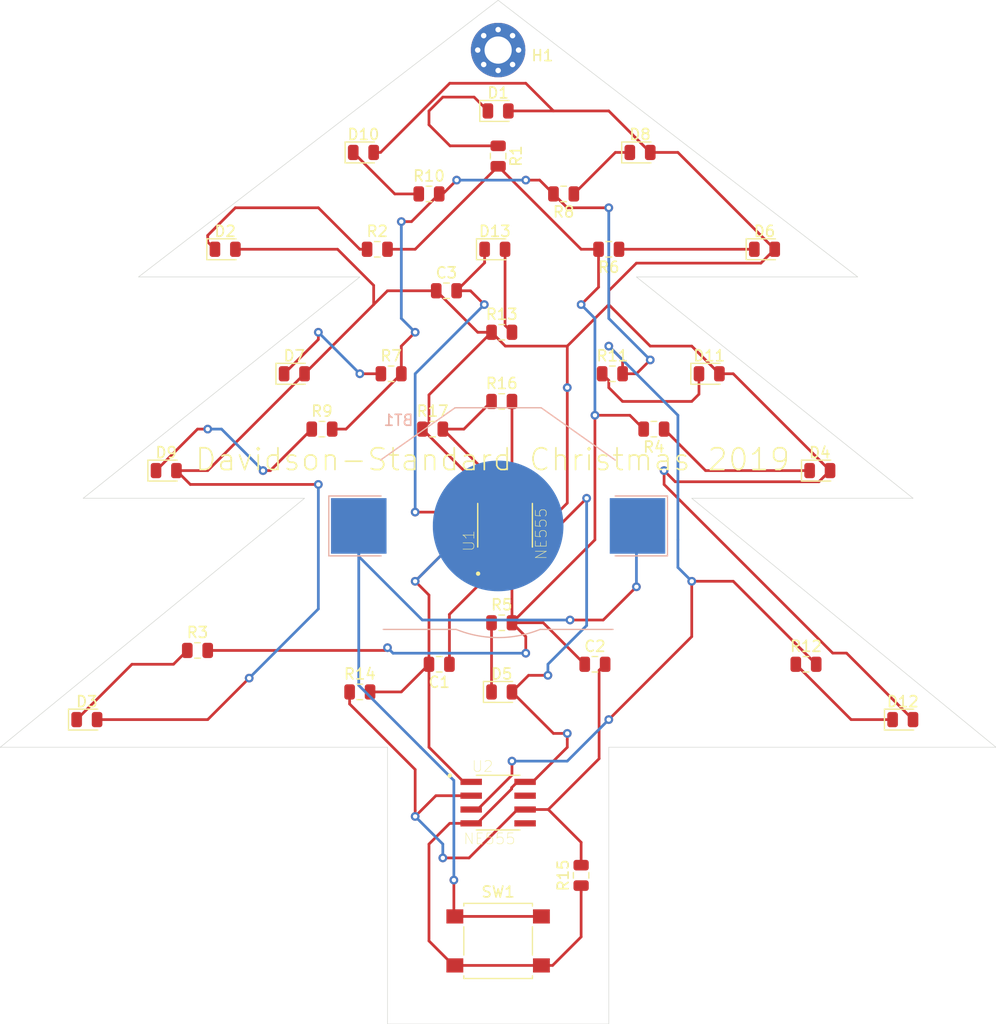
<source format=kicad_pcb>
(kicad_pcb (version 20171130) (host pcbnew 5.1.4-3.fc30)

  (general
    (thickness 1.6)
    (drawings 16)
    (tracks 281)
    (zones 0)
    (modules 38)
    (nets 26)
  )

  (page A4)
  (layers
    (0 F.Cu signal)
    (31 B.Cu signal)
    (32 B.Adhes user)
    (33 F.Adhes user)
    (34 B.Paste user)
    (35 F.Paste user)
    (36 B.SilkS user)
    (37 F.SilkS user)
    (38 B.Mask user)
    (39 F.Mask user)
    (40 Dwgs.User user)
    (41 Cmts.User user)
    (42 Eco1.User user)
    (43 Eco2.User user)
    (44 Edge.Cuts user)
    (45 Margin user)
    (46 B.CrtYd user)
    (47 F.CrtYd user)
    (48 B.Fab user)
    (49 F.Fab user)
  )

  (setup
    (last_trace_width 0.25)
    (trace_clearance 0.2)
    (zone_clearance 0.508)
    (zone_45_only no)
    (trace_min 0.2)
    (via_size 0.8)
    (via_drill 0.4)
    (via_min_size 0.4)
    (via_min_drill 0.3)
    (uvia_size 0.3)
    (uvia_drill 0.1)
    (uvias_allowed no)
    (uvia_min_size 0.2)
    (uvia_min_drill 0.1)
    (edge_width 0.05)
    (segment_width 0.2)
    (pcb_text_width 0.3)
    (pcb_text_size 1.5 1.5)
    (mod_edge_width 0.12)
    (mod_text_size 1 1)
    (mod_text_width 0.15)
    (pad_size 1.524 1.524)
    (pad_drill 0.762)
    (pad_to_mask_clearance 0.051)
    (solder_mask_min_width 0.25)
    (aux_axis_origin 0 0)
    (visible_elements FFFFFF7F)
    (pcbplotparams
      (layerselection 0x010fc_ffffffff)
      (usegerberextensions false)
      (usegerberattributes false)
      (usegerberadvancedattributes false)
      (creategerberjobfile false)
      (excludeedgelayer true)
      (linewidth 0.100000)
      (plotframeref false)
      (viasonmask false)
      (mode 1)
      (useauxorigin false)
      (hpglpennumber 1)
      (hpglpenspeed 20)
      (hpglpendiameter 15.000000)
      (psnegative false)
      (psa4output false)
      (plotreference true)
      (plotvalue true)
      (plotinvisibletext false)
      (padsonsilk false)
      (subtractmaskfromsilk false)
      (outputformat 1)
      (mirror false)
      (drillshape 0)
      (scaleselection 1)
      (outputdirectory ""))
  )

  (net 0 "")
  (net 1 "Net-(BT1-Pad1)")
  (net 2 "Net-(BT1-Pad2)")
  (net 3 "Net-(C1-Pad1)")
  (net 4 "Net-(C2-Pad1)")
  (net 5 "Net-(C2-Pad2)")
  (net 6 "Net-(C3-Pad1)")
  (net 7 "Net-(D1-Pad1)")
  (net 8 "Net-(D2-Pad1)")
  (net 9 "Net-(D3-Pad1)")
  (net 10 "Net-(D4-Pad1)")
  (net 11 "Net-(D5-Pad1)")
  (net 12 "Net-(D6-Pad1)")
  (net 13 "Net-(D7-Pad1)")
  (net 14 "Net-(D8-Pad1)")
  (net 15 "Net-(D9-Pad1)")
  (net 16 "Net-(D10-Pad1)")
  (net 17 "Net-(D11-Pad1)")
  (net 18 "Net-(D12-Pad1)")
  (net 19 "Net-(D13-Pad2)")
  (net 20 "Net-(U1-Pad5)")
  (net 21 "Net-(U2-Pad7)")
  (net 22 "Net-(U2-Pad5)")
  (net 23 "Net-(R10-Pad2)")
  (net 24 "Net-(R16-Pad1)")
  (net 25 "Net-(H1-Pad1)")

  (net_class Default "This is the default net class."
    (clearance 0.2)
    (trace_width 0.25)
    (via_dia 0.8)
    (via_drill 0.4)
    (uvia_dia 0.3)
    (uvia_drill 0.1)
    (add_net "Net-(BT1-Pad1)")
    (add_net "Net-(BT1-Pad2)")
    (add_net "Net-(C1-Pad1)")
    (add_net "Net-(C2-Pad1)")
    (add_net "Net-(C2-Pad2)")
    (add_net "Net-(C3-Pad1)")
    (add_net "Net-(D1-Pad1)")
    (add_net "Net-(D10-Pad1)")
    (add_net "Net-(D11-Pad1)")
    (add_net "Net-(D12-Pad1)")
    (add_net "Net-(D13-Pad2)")
    (add_net "Net-(D2-Pad1)")
    (add_net "Net-(D3-Pad1)")
    (add_net "Net-(D4-Pad1)")
    (add_net "Net-(D5-Pad1)")
    (add_net "Net-(D6-Pad1)")
    (add_net "Net-(D7-Pad1)")
    (add_net "Net-(D8-Pad1)")
    (add_net "Net-(D9-Pad1)")
    (add_net "Net-(H1-Pad1)")
    (add_net "Net-(R10-Pad2)")
    (add_net "Net-(R16-Pad1)")
    (add_net "Net-(U1-Pad5)")
    (add_net "Net-(U2-Pad5)")
    (add_net "Net-(U2-Pad7)")
  )

  (module SOIC127P600X175-8N:SOIC127P600X175-8N (layer F.Cu) (tedit 0) (tstamp 5DEEB2CA)
    (at 239.395 104.075 90)
    (path /5DED6DC1)
    (attr smd)
    (fp_text reference U1 (at -1.43 -3.322 90) (layer F.SilkS)
      (effects (font (size 1 1) (thickness 0.05)))
    )
    (fp_text value NE555 (at -0.795 3.322 90) (layer F.SilkS)
      (effects (font (size 1 1) (thickness 0.05)))
    )
    (fp_line (start 3.71 -2.75) (end 3.71 2.75) (layer Eco1.User) (width 0.05))
    (fp_line (start -3.71 -2.75) (end -3.71 2.75) (layer Eco1.User) (width 0.05))
    (fp_line (start -3.71 2.75) (end 3.71 2.75) (layer Eco1.User) (width 0.05))
    (fp_line (start -3.71 -2.75) (end 3.71 -2.75) (layer Eco1.User) (width 0.05))
    (fp_line (start 2 -2.5) (end 2 2.5) (layer Eco2.User) (width 0.127))
    (fp_line (start -2 -2.5) (end -2 2.5) (layer Eco2.User) (width 0.127))
    (fp_line (start -2 2.51) (end 2 2.51) (layer F.SilkS) (width 0.127))
    (fp_line (start -2 -2.51) (end 2 -2.51) (layer F.SilkS) (width 0.127))
    (fp_line (start -2 2.5) (end 2 2.5) (layer Eco2.User) (width 0.127))
    (fp_line (start -2 -2.5) (end 2 -2.5) (layer Eco2.User) (width 0.127))
    (fp_circle (center -4.445 -2.475) (end -4.345 -2.475) (layer Eco2.User) (width 0.2))
    (fp_circle (center -4.445 -2.475) (end -4.345 -2.475) (layer F.SilkS) (width 0.2))
    (pad 8 smd rect (at 2.475 -1.905 90) (size 1.97 0.57) (layers F.Cu F.Paste F.Mask)
      (net 6 "Net-(C3-Pad1)"))
    (pad 7 smd rect (at 2.475 -0.635 90) (size 1.97 0.57) (layers F.Cu F.Paste F.Mask)
      (net 24 "Net-(R16-Pad1)"))
    (pad 6 smd rect (at 2.475 0.635 90) (size 1.97 0.57) (layers F.Cu F.Paste F.Mask)
      (net 3 "Net-(C1-Pad1)"))
    (pad 5 smd rect (at 2.475 1.905 90) (size 1.97 0.57) (layers F.Cu F.Paste F.Mask)
      (net 20 "Net-(U1-Pad5)"))
    (pad 4 smd rect (at -2.475 1.905 90) (size 1.97 0.57) (layers F.Cu F.Paste F.Mask)
      (net 6 "Net-(C3-Pad1)"))
    (pad 3 smd rect (at -2.475 0.635 90) (size 1.97 0.57) (layers F.Cu F.Paste F.Mask)
      (net 4 "Net-(C2-Pad1)"))
    (pad 2 smd rect (at -2.475 -0.635 90) (size 1.97 0.57) (layers F.Cu F.Paste F.Mask)
      (net 3 "Net-(C1-Pad1)"))
    (pad 1 smd rect (at -2.475 -1.905 90) (size 1.97 0.57) (layers F.Cu F.Paste F.Mask)
      (net 2 "Net-(BT1-Pad2)"))
  )

  (module Battery:BatteryHolder_Keystone_3002_1x2032 (layer B.Cu) (tedit 5CBDF5E8) (tstamp 5DEE3425)
    (at 238.76 104.14)
    (descr https://www.tme.eu/it/Document/a823211ec201a9e209042d155fe22d2b/KEYS2996.pdf)
    (tags "BR2016 CR2016 DL2016 BR2020 CL2020 BR2025 CR2025 DL2025 DR2032 CR2032 DL2032")
    (path /5DEDAFA1)
    (attr smd)
    (fp_text reference BT1 (at -9.15 -9.7) (layer B.SilkS)
      (effects (font (size 1 1) (thickness 0.15)) (justify mirror))
    )
    (fp_text value 3V (at 0 11) (layer B.Fab)
      (effects (font (size 1 1) (thickness 0.15)) (justify mirror))
    )
    (fp_text user %R (at -9.15 -9.7) (layer B.Fab)
      (effects (font (size 1 1) (thickness 0.15)) (justify mirror))
    )
    (fp_line (start 15.55 2.75) (end 10.75 2.75) (layer B.SilkS) (width 0.12))
    (fp_line (start 15.55 -2.75) (end 15.55 2.75) (layer B.SilkS) (width 0.12))
    (fp_line (start 10.75 -2.75) (end 15.55 -2.75) (layer B.SilkS) (width 0.12))
    (fp_line (start -15.55 -2.75) (end -10.75 -2.75) (layer B.SilkS) (width 0.12))
    (fp_line (start -15.55 2.75) (end -15.55 -2.75) (layer B.SilkS) (width 0.12))
    (fp_line (start -10.75 2.75) (end -15.55 2.75) (layer B.SilkS) (width 0.12))
    (fp_line (start -15.85 -3.05) (end -15.85 3.05) (layer B.CrtYd) (width 0.05))
    (fp_line (start -11.05 -3.05) (end -15.85 -3.05) (layer B.CrtYd) (width 0.05))
    (fp_line (start -11.05 -6.35) (end -11.05 -3.05) (layer B.CrtYd) (width 0.05))
    (fp_line (start -4.3 -11.1) (end -11.05 -6.35) (layer B.CrtYd) (width 0.05))
    (fp_line (start 4.3 -11.1) (end -4.3 -11.1) (layer B.CrtYd) (width 0.05))
    (fp_line (start 11.05 -6.35) (end 4.3 -11.1) (layer B.CrtYd) (width 0.05))
    (fp_line (start 11.05 -3.05) (end 11.05 -6.35) (layer B.CrtYd) (width 0.05))
    (fp_line (start 15.85 -3.05) (end 11.05 -3.05) (layer B.CrtYd) (width 0.05))
    (fp_line (start 15.85 3.05) (end 15.85 -3.05) (layer B.CrtYd) (width 0.05))
    (fp_line (start 11.05 3.05) (end 15.85 3.05) (layer B.CrtYd) (width 0.05))
    (fp_line (start 11.05 9.8) (end 11.05 3.05) (layer B.CrtYd) (width 0.05))
    (fp_line (start 11.05 9.8) (end 3.9 9.8) (layer B.CrtYd) (width 0.05))
    (fp_arc (start 0 0) (end 3.9 9.8) (angle 43.40107348) (layer B.CrtYd) (width 0.05))
    (fp_line (start -11.05 9.8) (end -3.9 9.8) (layer B.CrtYd) (width 0.05))
    (fp_line (start -11.05 3.05) (end -11.05 9.8) (layer B.CrtYd) (width 0.05))
    (fp_line (start -15.85 3.05) (end -11.05 3.05) (layer B.CrtYd) (width 0.05))
    (fp_line (start 10.55 9.5) (end 3.85 9.5) (layer B.SilkS) (width 0.12))
    (fp_arc (start 0 0) (end 3.85 9.5) (angle 44.1) (layer B.SilkS) (width 0.12))
    (fp_line (start -10.55 9.5) (end -3.85 9.5) (layer B.SilkS) (width 0.12))
    (fp_circle (center 0 0) (end 10 0) (layer Dwgs.User) (width 0.2))
    (fp_line (start 10.55 -5.9) (end 3.8 -10.6) (layer B.Fab) (width 0.1))
    (fp_line (start 3.95 -10.85) (end 10.75 -6.05) (layer B.SilkS) (width 0.12))
    (fp_line (start -3.95 -10.85) (end 3.95 -10.85) (layer B.SilkS) (width 0.12))
    (fp_line (start -10.8 -6.05) (end -3.95 -10.85) (layer B.SilkS) (width 0.12))
    (fp_line (start -10.55 -5.85) (end -3.8 -10.6) (layer B.Fab) (width 0.1))
    (fp_line (start -10.55 2.55) (end -10.55 9.3) (layer B.Fab) (width 0.1))
    (fp_line (start 10.55 9.3) (end -10.55 9.3) (layer B.Fab) (width 0.1))
    (fp_line (start 10.55 2.55) (end 10.55 9.3) (layer B.Fab) (width 0.1))
    (fp_line (start 15.35 2.55) (end 10.55 2.55) (layer B.Fab) (width 0.1))
    (fp_line (start 15.35 -2.55) (end 15.35 2.55) (layer B.Fab) (width 0.1))
    (fp_line (start 10.55 -2.55) (end 15.35 -2.55) (layer B.Fab) (width 0.1))
    (fp_line (start -3.8 -10.6) (end 3.8 -10.6) (layer B.Fab) (width 0.1))
    (fp_line (start 10.55 -2.55) (end 10.55 -5.9) (layer B.Fab) (width 0.1))
    (fp_line (start -10.55 -2.55) (end -10.55 -5.85) (layer B.Fab) (width 0.1))
    (fp_line (start -15.35 2.55) (end -10.55 2.55) (layer B.Fab) (width 0.1))
    (fp_line (start -15.35 -2.55) (end -10.55 -2.55) (layer B.Fab) (width 0.1))
    (fp_line (start -15.35 2.55) (end -15.35 -2.55) (layer B.Fab) (width 0.1))
    (pad 1 smd rect (at 12.8 0) (size 5.1 5.1) (layers B.Cu B.Paste B.Mask)
      (net 1 "Net-(BT1-Pad1)"))
    (pad 1 smd rect (at -12.8 0) (size 5.1 5.1) (layers B.Cu B.Paste B.Mask)
      (net 1 "Net-(BT1-Pad1)"))
    (pad 2 smd circle (at 0 0) (size 12 12) (layers B.Cu B.Mask)
      (net 2 "Net-(BT1-Pad2)"))
    (model ${KISYS3DMOD}/Battery.3dshapes/BatteryHolder_Keystone_3002_1x2032.wrl
      (at (xyz 0 0 0))
      (scale (xyz 1 1 1))
      (rotate (xyz 0 0 0))
    )
  )

  (module Capacitor_SMD:C_0805_2012Metric (layer F.Cu) (tedit 5B36C52B) (tstamp 5DEE29EF)
    (at 233.3475 116.84 180)
    (descr "Capacitor SMD 0805 (2012 Metric), square (rectangular) end terminal, IPC_7351 nominal, (Body size source: https://docs.google.com/spreadsheets/d/1BsfQQcO9C6DZCsRaXUlFlo91Tg2WpOkGARC1WS5S8t0/edit?usp=sharing), generated with kicad-footprint-generator")
    (tags capacitor)
    (path /5DEF993E)
    (attr smd)
    (fp_text reference C1 (at 0 -1.65) (layer F.SilkS)
      (effects (font (size 1 1) (thickness 0.15)))
    )
    (fp_text value 1u (at 0 1.65) (layer F.Fab)
      (effects (font (size 1 1) (thickness 0.15)))
    )
    (fp_line (start -1 0.6) (end -1 -0.6) (layer F.Fab) (width 0.1))
    (fp_line (start -1 -0.6) (end 1 -0.6) (layer F.Fab) (width 0.1))
    (fp_line (start 1 -0.6) (end 1 0.6) (layer F.Fab) (width 0.1))
    (fp_line (start 1 0.6) (end -1 0.6) (layer F.Fab) (width 0.1))
    (fp_line (start -0.258578 -0.71) (end 0.258578 -0.71) (layer F.SilkS) (width 0.12))
    (fp_line (start -0.258578 0.71) (end 0.258578 0.71) (layer F.SilkS) (width 0.12))
    (fp_line (start -1.68 0.95) (end -1.68 -0.95) (layer F.CrtYd) (width 0.05))
    (fp_line (start -1.68 -0.95) (end 1.68 -0.95) (layer F.CrtYd) (width 0.05))
    (fp_line (start 1.68 -0.95) (end 1.68 0.95) (layer F.CrtYd) (width 0.05))
    (fp_line (start 1.68 0.95) (end -1.68 0.95) (layer F.CrtYd) (width 0.05))
    (fp_text user %R (at 0 0) (layer F.Fab)
      (effects (font (size 0.5 0.5) (thickness 0.08)))
    )
    (pad 1 smd roundrect (at -0.9375 0 180) (size 0.975 1.4) (layers F.Cu F.Paste F.Mask) (roundrect_rratio 0.25)
      (net 3 "Net-(C1-Pad1)"))
    (pad 2 smd roundrect (at 0.9375 0 180) (size 0.975 1.4) (layers F.Cu F.Paste F.Mask) (roundrect_rratio 0.25)
      (net 2 "Net-(BT1-Pad2)"))
    (model ${KISYS3DMOD}/Capacitor_SMD.3dshapes/C_0805_2012Metric.wrl
      (at (xyz 0 0 0))
      (scale (xyz 1 1 1))
      (rotate (xyz 0 0 0))
    )
  )

  (module Capacitor_SMD:C_0805_2012Metric (layer F.Cu) (tedit 5B36C52B) (tstamp 5DEE2A00)
    (at 247.65 116.84)
    (descr "Capacitor SMD 0805 (2012 Metric), square (rectangular) end terminal, IPC_7351 nominal, (Body size source: https://docs.google.com/spreadsheets/d/1BsfQQcO9C6DZCsRaXUlFlo91Tg2WpOkGARC1WS5S8t0/edit?usp=sharing), generated with kicad-footprint-generator")
    (tags capacitor)
    (path /5DEE85EC)
    (attr smd)
    (fp_text reference C2 (at 0 -1.65) (layer F.SilkS)
      (effects (font (size 1 1) (thickness 0.15)))
    )
    (fp_text value 10n (at 0 1.65) (layer F.Fab)
      (effects (font (size 1 1) (thickness 0.15)))
    )
    (fp_line (start -1 0.6) (end -1 -0.6) (layer F.Fab) (width 0.1))
    (fp_line (start -1 -0.6) (end 1 -0.6) (layer F.Fab) (width 0.1))
    (fp_line (start 1 -0.6) (end 1 0.6) (layer F.Fab) (width 0.1))
    (fp_line (start 1 0.6) (end -1 0.6) (layer F.Fab) (width 0.1))
    (fp_line (start -0.258578 -0.71) (end 0.258578 -0.71) (layer F.SilkS) (width 0.12))
    (fp_line (start -0.258578 0.71) (end 0.258578 0.71) (layer F.SilkS) (width 0.12))
    (fp_line (start -1.68 0.95) (end -1.68 -0.95) (layer F.CrtYd) (width 0.05))
    (fp_line (start -1.68 -0.95) (end 1.68 -0.95) (layer F.CrtYd) (width 0.05))
    (fp_line (start 1.68 -0.95) (end 1.68 0.95) (layer F.CrtYd) (width 0.05))
    (fp_line (start 1.68 0.95) (end -1.68 0.95) (layer F.CrtYd) (width 0.05))
    (fp_text user %R (at 0 0) (layer F.Fab)
      (effects (font (size 0.5 0.5) (thickness 0.08)))
    )
    (pad 1 smd roundrect (at -0.9375 0) (size 0.975 1.4) (layers F.Cu F.Paste F.Mask) (roundrect_rratio 0.25)
      (net 4 "Net-(C2-Pad1)"))
    (pad 2 smd roundrect (at 0.9375 0) (size 0.975 1.4) (layers F.Cu F.Paste F.Mask) (roundrect_rratio 0.25)
      (net 5 "Net-(C2-Pad2)"))
    (model ${KISYS3DMOD}/Capacitor_SMD.3dshapes/C_0805_2012Metric.wrl
      (at (xyz 0 0 0))
      (scale (xyz 1 1 1))
      (rotate (xyz 0 0 0))
    )
  )

  (module Capacitor_SMD:C_0805_2012Metric (layer F.Cu) (tedit 5B36C52B) (tstamp 5DEE2A11)
    (at 234.0125 82.55)
    (descr "Capacitor SMD 0805 (2012 Metric), square (rectangular) end terminal, IPC_7351 nominal, (Body size source: https://docs.google.com/spreadsheets/d/1BsfQQcO9C6DZCsRaXUlFlo91Tg2WpOkGARC1WS5S8t0/edit?usp=sharing), generated with kicad-footprint-generator")
    (tags capacitor)
    (path /5DF38156)
    (attr smd)
    (fp_text reference C3 (at 0 -1.65) (layer F.SilkS)
      (effects (font (size 1 1) (thickness 0.15)))
    )
    (fp_text value 100u (at 0 1.65) (layer F.Fab)
      (effects (font (size 1 1) (thickness 0.15)))
    )
    (fp_text user %R (at 0 0) (layer F.Fab)
      (effects (font (size 0.5 0.5) (thickness 0.08)))
    )
    (fp_line (start 1.68 0.95) (end -1.68 0.95) (layer F.CrtYd) (width 0.05))
    (fp_line (start 1.68 -0.95) (end 1.68 0.95) (layer F.CrtYd) (width 0.05))
    (fp_line (start -1.68 -0.95) (end 1.68 -0.95) (layer F.CrtYd) (width 0.05))
    (fp_line (start -1.68 0.95) (end -1.68 -0.95) (layer F.CrtYd) (width 0.05))
    (fp_line (start -0.258578 0.71) (end 0.258578 0.71) (layer F.SilkS) (width 0.12))
    (fp_line (start -0.258578 -0.71) (end 0.258578 -0.71) (layer F.SilkS) (width 0.12))
    (fp_line (start 1 0.6) (end -1 0.6) (layer F.Fab) (width 0.1))
    (fp_line (start 1 -0.6) (end 1 0.6) (layer F.Fab) (width 0.1))
    (fp_line (start -1 -0.6) (end 1 -0.6) (layer F.Fab) (width 0.1))
    (fp_line (start -1 0.6) (end -1 -0.6) (layer F.Fab) (width 0.1))
    (pad 2 smd roundrect (at 0.9375 0) (size 0.975 1.4) (layers F.Cu F.Paste F.Mask) (roundrect_rratio 0.25)
      (net 2 "Net-(BT1-Pad2)"))
    (pad 1 smd roundrect (at -0.9375 0) (size 0.975 1.4) (layers F.Cu F.Paste F.Mask) (roundrect_rratio 0.25)
      (net 6 "Net-(C3-Pad1)"))
    (model ${KISYS3DMOD}/Capacitor_SMD.3dshapes/C_0805_2012Metric.wrl
      (at (xyz 0 0 0))
      (scale (xyz 1 1 1))
      (rotate (xyz 0 0 0))
    )
  )

  (module LED_SMD:LED_0805_2012Metric (layer F.Cu) (tedit 5B36C52C) (tstamp 5DEE35B0)
    (at 238.76 66.04)
    (descr "LED SMD 0805 (2012 Metric), square (rectangular) end terminal, IPC_7351 nominal, (Body size source: https://docs.google.com/spreadsheets/d/1BsfQQcO9C6DZCsRaXUlFlo91Tg2WpOkGARC1WS5S8t0/edit?usp=sharing), generated with kicad-footprint-generator")
    (tags diode)
    (path /5DEDC0E8)
    (attr smd)
    (fp_text reference D1 (at 0 -1.65) (layer F.SilkS)
      (effects (font (size 1 1) (thickness 0.15)))
    )
    (fp_text value LED (at 0 1.65) (layer F.Fab)
      (effects (font (size 1 1) (thickness 0.15)))
    )
    (fp_text user %R (at 0 0) (layer F.Fab)
      (effects (font (size 0.5 0.5) (thickness 0.08)))
    )
    (fp_line (start 1.68 0.95) (end -1.68 0.95) (layer F.CrtYd) (width 0.05))
    (fp_line (start 1.68 -0.95) (end 1.68 0.95) (layer F.CrtYd) (width 0.05))
    (fp_line (start -1.68 -0.95) (end 1.68 -0.95) (layer F.CrtYd) (width 0.05))
    (fp_line (start -1.68 0.95) (end -1.68 -0.95) (layer F.CrtYd) (width 0.05))
    (fp_line (start -1.685 0.96) (end 1 0.96) (layer F.SilkS) (width 0.12))
    (fp_line (start -1.685 -0.96) (end -1.685 0.96) (layer F.SilkS) (width 0.12))
    (fp_line (start 1 -0.96) (end -1.685 -0.96) (layer F.SilkS) (width 0.12))
    (fp_line (start 1 0.6) (end 1 -0.6) (layer F.Fab) (width 0.1))
    (fp_line (start -1 0.6) (end 1 0.6) (layer F.Fab) (width 0.1))
    (fp_line (start -1 -0.3) (end -1 0.6) (layer F.Fab) (width 0.1))
    (fp_line (start -0.7 -0.6) (end -1 -0.3) (layer F.Fab) (width 0.1))
    (fp_line (start 1 -0.6) (end -0.7 -0.6) (layer F.Fab) (width 0.1))
    (pad 2 smd roundrect (at 0.9375 0) (size 0.975 1.4) (layers F.Cu F.Paste F.Mask) (roundrect_rratio 0.25)
      (net 6 "Net-(C3-Pad1)"))
    (pad 1 smd roundrect (at -0.9375 0) (size 0.975 1.4) (layers F.Cu F.Paste F.Mask) (roundrect_rratio 0.25)
      (net 7 "Net-(D1-Pad1)"))
    (model ${KISYS3DMOD}/LED_SMD.3dshapes/LED_0805_2012Metric.wrl
      (at (xyz 0 0 0))
      (scale (xyz 1 1 1))
      (rotate (xyz 0 0 0))
    )
  )

  (module LED_SMD:LED_0805_2012Metric (layer F.Cu) (tedit 5B36C52C) (tstamp 5DEE2A37)
    (at 213.6925 78.74)
    (descr "LED SMD 0805 (2012 Metric), square (rectangular) end terminal, IPC_7351 nominal, (Body size source: https://docs.google.com/spreadsheets/d/1BsfQQcO9C6DZCsRaXUlFlo91Tg2WpOkGARC1WS5S8t0/edit?usp=sharing), generated with kicad-footprint-generator")
    (tags diode)
    (path /5DEDCE5F)
    (attr smd)
    (fp_text reference D2 (at 0 -1.65) (layer F.SilkS)
      (effects (font (size 1 1) (thickness 0.15)))
    )
    (fp_text value LED (at 0 1.65) (layer F.Fab)
      (effects (font (size 1 1) (thickness 0.15)))
    )
    (fp_line (start 1 -0.6) (end -0.7 -0.6) (layer F.Fab) (width 0.1))
    (fp_line (start -0.7 -0.6) (end -1 -0.3) (layer F.Fab) (width 0.1))
    (fp_line (start -1 -0.3) (end -1 0.6) (layer F.Fab) (width 0.1))
    (fp_line (start -1 0.6) (end 1 0.6) (layer F.Fab) (width 0.1))
    (fp_line (start 1 0.6) (end 1 -0.6) (layer F.Fab) (width 0.1))
    (fp_line (start 1 -0.96) (end -1.685 -0.96) (layer F.SilkS) (width 0.12))
    (fp_line (start -1.685 -0.96) (end -1.685 0.96) (layer F.SilkS) (width 0.12))
    (fp_line (start -1.685 0.96) (end 1 0.96) (layer F.SilkS) (width 0.12))
    (fp_line (start -1.68 0.95) (end -1.68 -0.95) (layer F.CrtYd) (width 0.05))
    (fp_line (start -1.68 -0.95) (end 1.68 -0.95) (layer F.CrtYd) (width 0.05))
    (fp_line (start 1.68 -0.95) (end 1.68 0.95) (layer F.CrtYd) (width 0.05))
    (fp_line (start 1.68 0.95) (end -1.68 0.95) (layer F.CrtYd) (width 0.05))
    (fp_text user %R (at 0 0) (layer F.Fab)
      (effects (font (size 0.5 0.5) (thickness 0.08)))
    )
    (pad 1 smd roundrect (at -0.9375 0) (size 0.975 1.4) (layers F.Cu F.Paste F.Mask) (roundrect_rratio 0.25)
      (net 8 "Net-(D2-Pad1)"))
    (pad 2 smd roundrect (at 0.9375 0) (size 0.975 1.4) (layers F.Cu F.Paste F.Mask) (roundrect_rratio 0.25)
      (net 6 "Net-(C3-Pad1)"))
    (model ${KISYS3DMOD}/LED_SMD.3dshapes/LED_0805_2012Metric.wrl
      (at (xyz 0 0 0))
      (scale (xyz 1 1 1))
      (rotate (xyz 0 0 0))
    )
  )

  (module LED_SMD:LED_0805_2012Metric (layer F.Cu) (tedit 5B36C52C) (tstamp 5DEE2A4A)
    (at 220.0425 90.17)
    (descr "LED SMD 0805 (2012 Metric), square (rectangular) end terminal, IPC_7351 nominal, (Body size source: https://docs.google.com/spreadsheets/d/1BsfQQcO9C6DZCsRaXUlFlo91Tg2WpOkGARC1WS5S8t0/edit?usp=sharing), generated with kicad-footprint-generator")
    (tags diode)
    (path /5DEFF49B)
    (attr smd)
    (fp_text reference D7 (at 0 -1.65) (layer F.SilkS)
      (effects (font (size 1 1) (thickness 0.15)))
    )
    (fp_text value LED (at 0 1.65) (layer F.Fab)
      (effects (font (size 1 1) (thickness 0.15)))
    )
    (fp_line (start 1 -0.6) (end -0.7 -0.6) (layer F.Fab) (width 0.1))
    (fp_line (start -0.7 -0.6) (end -1 -0.3) (layer F.Fab) (width 0.1))
    (fp_line (start -1 -0.3) (end -1 0.6) (layer F.Fab) (width 0.1))
    (fp_line (start -1 0.6) (end 1 0.6) (layer F.Fab) (width 0.1))
    (fp_line (start 1 0.6) (end 1 -0.6) (layer F.Fab) (width 0.1))
    (fp_line (start 1 -0.96) (end -1.685 -0.96) (layer F.SilkS) (width 0.12))
    (fp_line (start -1.685 -0.96) (end -1.685 0.96) (layer F.SilkS) (width 0.12))
    (fp_line (start -1.685 0.96) (end 1 0.96) (layer F.SilkS) (width 0.12))
    (fp_line (start -1.68 0.95) (end -1.68 -0.95) (layer F.CrtYd) (width 0.05))
    (fp_line (start -1.68 -0.95) (end 1.68 -0.95) (layer F.CrtYd) (width 0.05))
    (fp_line (start 1.68 -0.95) (end 1.68 0.95) (layer F.CrtYd) (width 0.05))
    (fp_line (start 1.68 0.95) (end -1.68 0.95) (layer F.CrtYd) (width 0.05))
    (fp_text user %R (at 0 0) (layer F.Fab)
      (effects (font (size 0.5 0.5) (thickness 0.08)))
    )
    (pad 1 smd roundrect (at -0.9375 0) (size 0.975 1.4) (layers F.Cu F.Paste F.Mask) (roundrect_rratio 0.25)
      (net 13 "Net-(D7-Pad1)"))
    (pad 2 smd roundrect (at 0.9375 0) (size 0.975 1.4) (layers F.Cu F.Paste F.Mask) (roundrect_rratio 0.25)
      (net 6 "Net-(C3-Pad1)"))
    (model ${KISYS3DMOD}/LED_SMD.3dshapes/LED_0805_2012Metric.wrl
      (at (xyz 0 0 0))
      (scale (xyz 1 1 1))
      (rotate (xyz 0 0 0))
    )
  )

  (module LED_SMD:LED_0805_2012Metric (layer F.Cu) (tedit 5B36C52C) (tstamp 5DEE2A5D)
    (at 200.9925 121.92)
    (descr "LED SMD 0805 (2012 Metric), square (rectangular) end terminal, IPC_7351 nominal, (Body size source: https://docs.google.com/spreadsheets/d/1BsfQQcO9C6DZCsRaXUlFlo91Tg2WpOkGARC1WS5S8t0/edit?usp=sharing), generated with kicad-footprint-generator")
    (tags diode)
    (path /5DEDD101)
    (attr smd)
    (fp_text reference D3 (at 0 -1.65) (layer F.SilkS)
      (effects (font (size 1 1) (thickness 0.15)))
    )
    (fp_text value LED (at 0 1.65) (layer F.Fab)
      (effects (font (size 1 1) (thickness 0.15)))
    )
    (fp_text user %R (at 0 0) (layer F.Fab)
      (effects (font (size 0.5 0.5) (thickness 0.08)))
    )
    (fp_line (start 1.68 0.95) (end -1.68 0.95) (layer F.CrtYd) (width 0.05))
    (fp_line (start 1.68 -0.95) (end 1.68 0.95) (layer F.CrtYd) (width 0.05))
    (fp_line (start -1.68 -0.95) (end 1.68 -0.95) (layer F.CrtYd) (width 0.05))
    (fp_line (start -1.68 0.95) (end -1.68 -0.95) (layer F.CrtYd) (width 0.05))
    (fp_line (start -1.685 0.96) (end 1 0.96) (layer F.SilkS) (width 0.12))
    (fp_line (start -1.685 -0.96) (end -1.685 0.96) (layer F.SilkS) (width 0.12))
    (fp_line (start 1 -0.96) (end -1.685 -0.96) (layer F.SilkS) (width 0.12))
    (fp_line (start 1 0.6) (end 1 -0.6) (layer F.Fab) (width 0.1))
    (fp_line (start -1 0.6) (end 1 0.6) (layer F.Fab) (width 0.1))
    (fp_line (start -1 -0.3) (end -1 0.6) (layer F.Fab) (width 0.1))
    (fp_line (start -0.7 -0.6) (end -1 -0.3) (layer F.Fab) (width 0.1))
    (fp_line (start 1 -0.6) (end -0.7 -0.6) (layer F.Fab) (width 0.1))
    (pad 2 smd roundrect (at 0.9375 0) (size 0.975 1.4) (layers F.Cu F.Paste F.Mask) (roundrect_rratio 0.25)
      (net 6 "Net-(C3-Pad1)"))
    (pad 1 smd roundrect (at -0.9375 0) (size 0.975 1.4) (layers F.Cu F.Paste F.Mask) (roundrect_rratio 0.25)
      (net 9 "Net-(D3-Pad1)"))
    (model ${KISYS3DMOD}/LED_SMD.3dshapes/LED_0805_2012Metric.wrl
      (at (xyz 0 0 0))
      (scale (xyz 1 1 1))
      (rotate (xyz 0 0 0))
    )
  )

  (module LED_SMD:LED_0805_2012Metric (layer F.Cu) (tedit 5B36C52C) (tstamp 5DEE2A70)
    (at 251.7925 69.85)
    (descr "LED SMD 0805 (2012 Metric), square (rectangular) end terminal, IPC_7351 nominal, (Body size source: https://docs.google.com/spreadsheets/d/1BsfQQcO9C6DZCsRaXUlFlo91Tg2WpOkGARC1WS5S8t0/edit?usp=sharing), generated with kicad-footprint-generator")
    (tags diode)
    (path /5DF01510)
    (attr smd)
    (fp_text reference D8 (at 0 -1.65) (layer F.SilkS)
      (effects (font (size 1 1) (thickness 0.15)))
    )
    (fp_text value LED (at 0 1.65) (layer F.Fab)
      (effects (font (size 1 1) (thickness 0.15)))
    )
    (fp_text user %R (at 0 0) (layer F.Fab)
      (effects (font (size 0.5 0.5) (thickness 0.08)))
    )
    (fp_line (start 1.68 0.95) (end -1.68 0.95) (layer F.CrtYd) (width 0.05))
    (fp_line (start 1.68 -0.95) (end 1.68 0.95) (layer F.CrtYd) (width 0.05))
    (fp_line (start -1.68 -0.95) (end 1.68 -0.95) (layer F.CrtYd) (width 0.05))
    (fp_line (start -1.68 0.95) (end -1.68 -0.95) (layer F.CrtYd) (width 0.05))
    (fp_line (start -1.685 0.96) (end 1 0.96) (layer F.SilkS) (width 0.12))
    (fp_line (start -1.685 -0.96) (end -1.685 0.96) (layer F.SilkS) (width 0.12))
    (fp_line (start 1 -0.96) (end -1.685 -0.96) (layer F.SilkS) (width 0.12))
    (fp_line (start 1 0.6) (end 1 -0.6) (layer F.Fab) (width 0.1))
    (fp_line (start -1 0.6) (end 1 0.6) (layer F.Fab) (width 0.1))
    (fp_line (start -1 -0.3) (end -1 0.6) (layer F.Fab) (width 0.1))
    (fp_line (start -0.7 -0.6) (end -1 -0.3) (layer F.Fab) (width 0.1))
    (fp_line (start 1 -0.6) (end -0.7 -0.6) (layer F.Fab) (width 0.1))
    (pad 2 smd roundrect (at 0.9375 0) (size 0.975 1.4) (layers F.Cu F.Paste F.Mask) (roundrect_rratio 0.25)
      (net 6 "Net-(C3-Pad1)"))
    (pad 1 smd roundrect (at -0.9375 0) (size 0.975 1.4) (layers F.Cu F.Paste F.Mask) (roundrect_rratio 0.25)
      (net 14 "Net-(D8-Pad1)"))
    (model ${KISYS3DMOD}/LED_SMD.3dshapes/LED_0805_2012Metric.wrl
      (at (xyz 0 0 0))
      (scale (xyz 1 1 1))
      (rotate (xyz 0 0 0))
    )
  )

  (module LED_SMD:LED_0805_2012Metric (layer F.Cu) (tedit 5B36C52C) (tstamp 5DEE2A83)
    (at 268.3025 99.06)
    (descr "LED SMD 0805 (2012 Metric), square (rectangular) end terminal, IPC_7351 nominal, (Body size source: https://docs.google.com/spreadsheets/d/1BsfQQcO9C6DZCsRaXUlFlo91Tg2WpOkGARC1WS5S8t0/edit?usp=sharing), generated with kicad-footprint-generator")
    (tags diode)
    (path /5DEDD56B)
    (attr smd)
    (fp_text reference D4 (at 0 -1.65) (layer F.SilkS)
      (effects (font (size 1 1) (thickness 0.15)))
    )
    (fp_text value LED (at 0 1.65) (layer F.Fab)
      (effects (font (size 1 1) (thickness 0.15)))
    )
    (fp_line (start 1 -0.6) (end -0.7 -0.6) (layer F.Fab) (width 0.1))
    (fp_line (start -0.7 -0.6) (end -1 -0.3) (layer F.Fab) (width 0.1))
    (fp_line (start -1 -0.3) (end -1 0.6) (layer F.Fab) (width 0.1))
    (fp_line (start -1 0.6) (end 1 0.6) (layer F.Fab) (width 0.1))
    (fp_line (start 1 0.6) (end 1 -0.6) (layer F.Fab) (width 0.1))
    (fp_line (start 1 -0.96) (end -1.685 -0.96) (layer F.SilkS) (width 0.12))
    (fp_line (start -1.685 -0.96) (end -1.685 0.96) (layer F.SilkS) (width 0.12))
    (fp_line (start -1.685 0.96) (end 1 0.96) (layer F.SilkS) (width 0.12))
    (fp_line (start -1.68 0.95) (end -1.68 -0.95) (layer F.CrtYd) (width 0.05))
    (fp_line (start -1.68 -0.95) (end 1.68 -0.95) (layer F.CrtYd) (width 0.05))
    (fp_line (start 1.68 -0.95) (end 1.68 0.95) (layer F.CrtYd) (width 0.05))
    (fp_line (start 1.68 0.95) (end -1.68 0.95) (layer F.CrtYd) (width 0.05))
    (fp_text user %R (at 0 0) (layer F.Fab)
      (effects (font (size 0.5 0.5) (thickness 0.08)))
    )
    (pad 1 smd roundrect (at -0.9375 0) (size 0.975 1.4) (layers F.Cu F.Paste F.Mask) (roundrect_rratio 0.25)
      (net 10 "Net-(D4-Pad1)"))
    (pad 2 smd roundrect (at 0.9375 0) (size 0.975 1.4) (layers F.Cu F.Paste F.Mask) (roundrect_rratio 0.25)
      (net 6 "Net-(C3-Pad1)"))
    (model ${KISYS3DMOD}/LED_SMD.3dshapes/LED_0805_2012Metric.wrl
      (at (xyz 0 0 0))
      (scale (xyz 1 1 1))
      (rotate (xyz 0 0 0))
    )
  )

  (module LED_SMD:LED_0805_2012Metric (layer F.Cu) (tedit 5B36C52C) (tstamp 5DEE2A96)
    (at 208.28 99.06)
    (descr "LED SMD 0805 (2012 Metric), square (rectangular) end terminal, IPC_7351 nominal, (Body size source: https://docs.google.com/spreadsheets/d/1BsfQQcO9C6DZCsRaXUlFlo91Tg2WpOkGARC1WS5S8t0/edit?usp=sharing), generated with kicad-footprint-generator")
    (tags diode)
    (path /5DF01A3C)
    (attr smd)
    (fp_text reference D9 (at 0 -1.65) (layer F.SilkS)
      (effects (font (size 1 1) (thickness 0.15)))
    )
    (fp_text value LED (at 0 1.65) (layer F.Fab)
      (effects (font (size 1 1) (thickness 0.15)))
    )
    (fp_line (start 1 -0.6) (end -0.7 -0.6) (layer F.Fab) (width 0.1))
    (fp_line (start -0.7 -0.6) (end -1 -0.3) (layer F.Fab) (width 0.1))
    (fp_line (start -1 -0.3) (end -1 0.6) (layer F.Fab) (width 0.1))
    (fp_line (start -1 0.6) (end 1 0.6) (layer F.Fab) (width 0.1))
    (fp_line (start 1 0.6) (end 1 -0.6) (layer F.Fab) (width 0.1))
    (fp_line (start 1 -0.96) (end -1.685 -0.96) (layer F.SilkS) (width 0.12))
    (fp_line (start -1.685 -0.96) (end -1.685 0.96) (layer F.SilkS) (width 0.12))
    (fp_line (start -1.685 0.96) (end 1 0.96) (layer F.SilkS) (width 0.12))
    (fp_line (start -1.68 0.95) (end -1.68 -0.95) (layer F.CrtYd) (width 0.05))
    (fp_line (start -1.68 -0.95) (end 1.68 -0.95) (layer F.CrtYd) (width 0.05))
    (fp_line (start 1.68 -0.95) (end 1.68 0.95) (layer F.CrtYd) (width 0.05))
    (fp_line (start 1.68 0.95) (end -1.68 0.95) (layer F.CrtYd) (width 0.05))
    (fp_text user %R (at 0 0) (layer F.Fab)
      (effects (font (size 0.5 0.5) (thickness 0.08)))
    )
    (pad 1 smd roundrect (at -0.9375 0) (size 0.975 1.4) (layers F.Cu F.Paste F.Mask) (roundrect_rratio 0.25)
      (net 15 "Net-(D9-Pad1)"))
    (pad 2 smd roundrect (at 0.9375 0) (size 0.975 1.4) (layers F.Cu F.Paste F.Mask) (roundrect_rratio 0.25)
      (net 6 "Net-(C3-Pad1)"))
    (model ${KISYS3DMOD}/LED_SMD.3dshapes/LED_0805_2012Metric.wrl
      (at (xyz 0 0 0))
      (scale (xyz 1 1 1))
      (rotate (xyz 0 0 0))
    )
  )

  (module LED_SMD:LED_0805_2012Metric (layer F.Cu) (tedit 5B36C52C) (tstamp 5DEE38C0)
    (at 239.0925 119.38)
    (descr "LED SMD 0805 (2012 Metric), square (rectangular) end terminal, IPC_7351 nominal, (Body size source: https://docs.google.com/spreadsheets/d/1BsfQQcO9C6DZCsRaXUlFlo91Tg2WpOkGARC1WS5S8t0/edit?usp=sharing), generated with kicad-footprint-generator")
    (tags diode)
    (path /5DEDD9A1)
    (attr smd)
    (fp_text reference D5 (at 0 -1.65) (layer F.SilkS)
      (effects (font (size 1 1) (thickness 0.15)))
    )
    (fp_text value LED (at 0 1.65) (layer F.Fab)
      (effects (font (size 1 1) (thickness 0.15)))
    )
    (fp_text user %R (at 0 0) (layer F.Fab)
      (effects (font (size 0.5 0.5) (thickness 0.08)))
    )
    (fp_line (start 1.68 0.95) (end -1.68 0.95) (layer F.CrtYd) (width 0.05))
    (fp_line (start 1.68 -0.95) (end 1.68 0.95) (layer F.CrtYd) (width 0.05))
    (fp_line (start -1.68 -0.95) (end 1.68 -0.95) (layer F.CrtYd) (width 0.05))
    (fp_line (start -1.68 0.95) (end -1.68 -0.95) (layer F.CrtYd) (width 0.05))
    (fp_line (start -1.685 0.96) (end 1 0.96) (layer F.SilkS) (width 0.12))
    (fp_line (start -1.685 -0.96) (end -1.685 0.96) (layer F.SilkS) (width 0.12))
    (fp_line (start 1 -0.96) (end -1.685 -0.96) (layer F.SilkS) (width 0.12))
    (fp_line (start 1 0.6) (end 1 -0.6) (layer F.Fab) (width 0.1))
    (fp_line (start -1 0.6) (end 1 0.6) (layer F.Fab) (width 0.1))
    (fp_line (start -1 -0.3) (end -1 0.6) (layer F.Fab) (width 0.1))
    (fp_line (start -0.7 -0.6) (end -1 -0.3) (layer F.Fab) (width 0.1))
    (fp_line (start 1 -0.6) (end -0.7 -0.6) (layer F.Fab) (width 0.1))
    (pad 2 smd roundrect (at 0.9375 0) (size 0.975 1.4) (layers F.Cu F.Paste F.Mask) (roundrect_rratio 0.25)
      (net 6 "Net-(C3-Pad1)"))
    (pad 1 smd roundrect (at -0.9375 0) (size 0.975 1.4) (layers F.Cu F.Paste F.Mask) (roundrect_rratio 0.25)
      (net 11 "Net-(D5-Pad1)"))
    (model ${KISYS3DMOD}/LED_SMD.3dshapes/LED_0805_2012Metric.wrl
      (at (xyz 0 0 0))
      (scale (xyz 1 1 1))
      (rotate (xyz 0 0 0))
    )
  )

  (module LED_SMD:LED_0805_2012Metric (layer F.Cu) (tedit 5B36C52C) (tstamp 5DEE2ABC)
    (at 226.3925 69.85)
    (descr "LED SMD 0805 (2012 Metric), square (rectangular) end terminal, IPC_7351 nominal, (Body size source: https://docs.google.com/spreadsheets/d/1BsfQQcO9C6DZCsRaXUlFlo91Tg2WpOkGARC1WS5S8t0/edit?usp=sharing), generated with kicad-footprint-generator")
    (tags diode)
    (path /5DF01DCD)
    (attr smd)
    (fp_text reference D10 (at 0 -1.65) (layer F.SilkS)
      (effects (font (size 1 1) (thickness 0.15)))
    )
    (fp_text value LED (at 0 1.65) (layer F.Fab)
      (effects (font (size 1 1) (thickness 0.15)))
    )
    (fp_text user %R (at 0 0) (layer F.Fab)
      (effects (font (size 0.5 0.5) (thickness 0.08)))
    )
    (fp_line (start 1.68 0.95) (end -1.68 0.95) (layer F.CrtYd) (width 0.05))
    (fp_line (start 1.68 -0.95) (end 1.68 0.95) (layer F.CrtYd) (width 0.05))
    (fp_line (start -1.68 -0.95) (end 1.68 -0.95) (layer F.CrtYd) (width 0.05))
    (fp_line (start -1.68 0.95) (end -1.68 -0.95) (layer F.CrtYd) (width 0.05))
    (fp_line (start -1.685 0.96) (end 1 0.96) (layer F.SilkS) (width 0.12))
    (fp_line (start -1.685 -0.96) (end -1.685 0.96) (layer F.SilkS) (width 0.12))
    (fp_line (start 1 -0.96) (end -1.685 -0.96) (layer F.SilkS) (width 0.12))
    (fp_line (start 1 0.6) (end 1 -0.6) (layer F.Fab) (width 0.1))
    (fp_line (start -1 0.6) (end 1 0.6) (layer F.Fab) (width 0.1))
    (fp_line (start -1 -0.3) (end -1 0.6) (layer F.Fab) (width 0.1))
    (fp_line (start -0.7 -0.6) (end -1 -0.3) (layer F.Fab) (width 0.1))
    (fp_line (start 1 -0.6) (end -0.7 -0.6) (layer F.Fab) (width 0.1))
    (pad 2 smd roundrect (at 0.9375 0) (size 0.975 1.4) (layers F.Cu F.Paste F.Mask) (roundrect_rratio 0.25)
      (net 6 "Net-(C3-Pad1)"))
    (pad 1 smd roundrect (at -0.9375 0) (size 0.975 1.4) (layers F.Cu F.Paste F.Mask) (roundrect_rratio 0.25)
      (net 16 "Net-(D10-Pad1)"))
    (model ${KISYS3DMOD}/LED_SMD.3dshapes/LED_0805_2012Metric.wrl
      (at (xyz 0 0 0))
      (scale (xyz 1 1 1))
      (rotate (xyz 0 0 0))
    )
  )

  (module LED_SMD:LED_0805_2012Metric (layer F.Cu) (tedit 5B36C52C) (tstamp 5DEE2ACF)
    (at 263.2225 78.74)
    (descr "LED SMD 0805 (2012 Metric), square (rectangular) end terminal, IPC_7351 nominal, (Body size source: https://docs.google.com/spreadsheets/d/1BsfQQcO9C6DZCsRaXUlFlo91Tg2WpOkGARC1WS5S8t0/edit?usp=sharing), generated with kicad-footprint-generator")
    (tags diode)
    (path /5DEDF19E)
    (attr smd)
    (fp_text reference D6 (at 0 -1.65) (layer F.SilkS)
      (effects (font (size 1 1) (thickness 0.15)))
    )
    (fp_text value LED (at 0 1.65) (layer F.Fab)
      (effects (font (size 1 1) (thickness 0.15)))
    )
    (fp_line (start 1 -0.6) (end -0.7 -0.6) (layer F.Fab) (width 0.1))
    (fp_line (start -0.7 -0.6) (end -1 -0.3) (layer F.Fab) (width 0.1))
    (fp_line (start -1 -0.3) (end -1 0.6) (layer F.Fab) (width 0.1))
    (fp_line (start -1 0.6) (end 1 0.6) (layer F.Fab) (width 0.1))
    (fp_line (start 1 0.6) (end 1 -0.6) (layer F.Fab) (width 0.1))
    (fp_line (start 1 -0.96) (end -1.685 -0.96) (layer F.SilkS) (width 0.12))
    (fp_line (start -1.685 -0.96) (end -1.685 0.96) (layer F.SilkS) (width 0.12))
    (fp_line (start -1.685 0.96) (end 1 0.96) (layer F.SilkS) (width 0.12))
    (fp_line (start -1.68 0.95) (end -1.68 -0.95) (layer F.CrtYd) (width 0.05))
    (fp_line (start -1.68 -0.95) (end 1.68 -0.95) (layer F.CrtYd) (width 0.05))
    (fp_line (start 1.68 -0.95) (end 1.68 0.95) (layer F.CrtYd) (width 0.05))
    (fp_line (start 1.68 0.95) (end -1.68 0.95) (layer F.CrtYd) (width 0.05))
    (fp_text user %R (at 0 0) (layer F.Fab)
      (effects (font (size 0.5 0.5) (thickness 0.08)))
    )
    (pad 1 smd roundrect (at -0.9375 0) (size 0.975 1.4) (layers F.Cu F.Paste F.Mask) (roundrect_rratio 0.25)
      (net 12 "Net-(D6-Pad1)"))
    (pad 2 smd roundrect (at 0.9375 0) (size 0.975 1.4) (layers F.Cu F.Paste F.Mask) (roundrect_rratio 0.25)
      (net 6 "Net-(C3-Pad1)"))
    (model ${KISYS3DMOD}/LED_SMD.3dshapes/LED_0805_2012Metric.wrl
      (at (xyz 0 0 0))
      (scale (xyz 1 1 1))
      (rotate (xyz 0 0 0))
    )
  )

  (module LED_SMD:LED_0805_2012Metric (layer F.Cu) (tedit 5B36C52C) (tstamp 5DEE2AE2)
    (at 258.1425 90.17)
    (descr "LED SMD 0805 (2012 Metric), square (rectangular) end terminal, IPC_7351 nominal, (Body size source: https://docs.google.com/spreadsheets/d/1BsfQQcO9C6DZCsRaXUlFlo91Tg2WpOkGARC1WS5S8t0/edit?usp=sharing), generated with kicad-footprint-generator")
    (tags diode)
    (path /5DF02209)
    (attr smd)
    (fp_text reference D11 (at 0 -1.65) (layer F.SilkS)
      (effects (font (size 1 1) (thickness 0.15)))
    )
    (fp_text value LED (at 0 1.65) (layer F.Fab)
      (effects (font (size 1 1) (thickness 0.15)))
    )
    (fp_line (start 1 -0.6) (end -0.7 -0.6) (layer F.Fab) (width 0.1))
    (fp_line (start -0.7 -0.6) (end -1 -0.3) (layer F.Fab) (width 0.1))
    (fp_line (start -1 -0.3) (end -1 0.6) (layer F.Fab) (width 0.1))
    (fp_line (start -1 0.6) (end 1 0.6) (layer F.Fab) (width 0.1))
    (fp_line (start 1 0.6) (end 1 -0.6) (layer F.Fab) (width 0.1))
    (fp_line (start 1 -0.96) (end -1.685 -0.96) (layer F.SilkS) (width 0.12))
    (fp_line (start -1.685 -0.96) (end -1.685 0.96) (layer F.SilkS) (width 0.12))
    (fp_line (start -1.685 0.96) (end 1 0.96) (layer F.SilkS) (width 0.12))
    (fp_line (start -1.68 0.95) (end -1.68 -0.95) (layer F.CrtYd) (width 0.05))
    (fp_line (start -1.68 -0.95) (end 1.68 -0.95) (layer F.CrtYd) (width 0.05))
    (fp_line (start 1.68 -0.95) (end 1.68 0.95) (layer F.CrtYd) (width 0.05))
    (fp_line (start 1.68 0.95) (end -1.68 0.95) (layer F.CrtYd) (width 0.05))
    (fp_text user %R (at 0 0) (layer F.Fab)
      (effects (font (size 0.5 0.5) (thickness 0.08)))
    )
    (pad 1 smd roundrect (at -0.9375 0) (size 0.975 1.4) (layers F.Cu F.Paste F.Mask) (roundrect_rratio 0.25)
      (net 17 "Net-(D11-Pad1)"))
    (pad 2 smd roundrect (at 0.9375 0) (size 0.975 1.4) (layers F.Cu F.Paste F.Mask) (roundrect_rratio 0.25)
      (net 6 "Net-(C3-Pad1)"))
    (model ${KISYS3DMOD}/LED_SMD.3dshapes/LED_0805_2012Metric.wrl
      (at (xyz 0 0 0))
      (scale (xyz 1 1 1))
      (rotate (xyz 0 0 0))
    )
  )

  (module LED_SMD:LED_0805_2012Metric (layer F.Cu) (tedit 5B36C52C) (tstamp 5DEE3631)
    (at 275.9225 121.92)
    (descr "LED SMD 0805 (2012 Metric), square (rectangular) end terminal, IPC_7351 nominal, (Body size source: https://docs.google.com/spreadsheets/d/1BsfQQcO9C6DZCsRaXUlFlo91Tg2WpOkGARC1WS5S8t0/edit?usp=sharing), generated with kicad-footprint-generator")
    (tags diode)
    (path /5DF02624)
    (attr smd)
    (fp_text reference D12 (at 0 -1.65) (layer F.SilkS)
      (effects (font (size 1 1) (thickness 0.15)))
    )
    (fp_text value LED (at 0 1.65) (layer F.Fab)
      (effects (font (size 1 1) (thickness 0.15)))
    )
    (fp_text user %R (at 0 0) (layer F.Fab)
      (effects (font (size 0.5 0.5) (thickness 0.08)))
    )
    (fp_line (start 1.68 0.95) (end -1.68 0.95) (layer F.CrtYd) (width 0.05))
    (fp_line (start 1.68 -0.95) (end 1.68 0.95) (layer F.CrtYd) (width 0.05))
    (fp_line (start -1.68 -0.95) (end 1.68 -0.95) (layer F.CrtYd) (width 0.05))
    (fp_line (start -1.68 0.95) (end -1.68 -0.95) (layer F.CrtYd) (width 0.05))
    (fp_line (start -1.685 0.96) (end 1 0.96) (layer F.SilkS) (width 0.12))
    (fp_line (start -1.685 -0.96) (end -1.685 0.96) (layer F.SilkS) (width 0.12))
    (fp_line (start 1 -0.96) (end -1.685 -0.96) (layer F.SilkS) (width 0.12))
    (fp_line (start 1 0.6) (end 1 -0.6) (layer F.Fab) (width 0.1))
    (fp_line (start -1 0.6) (end 1 0.6) (layer F.Fab) (width 0.1))
    (fp_line (start -1 -0.3) (end -1 0.6) (layer F.Fab) (width 0.1))
    (fp_line (start -0.7 -0.6) (end -1 -0.3) (layer F.Fab) (width 0.1))
    (fp_line (start 1 -0.6) (end -0.7 -0.6) (layer F.Fab) (width 0.1))
    (pad 2 smd roundrect (at 0.9375 0) (size 0.975 1.4) (layers F.Cu F.Paste F.Mask) (roundrect_rratio 0.25)
      (net 6 "Net-(C3-Pad1)"))
    (pad 1 smd roundrect (at -0.9375 0) (size 0.975 1.4) (layers F.Cu F.Paste F.Mask) (roundrect_rratio 0.25)
      (net 18 "Net-(D12-Pad1)"))
    (model ${KISYS3DMOD}/LED_SMD.3dshapes/LED_0805_2012Metric.wrl
      (at (xyz 0 0 0))
      (scale (xyz 1 1 1))
      (rotate (xyz 0 0 0))
    )
  )

  (module LED_SMD:LED_0805_2012Metric (layer F.Cu) (tedit 5B36C52C) (tstamp 5DEE3BB6)
    (at 238.4575 78.74)
    (descr "LED SMD 0805 (2012 Metric), square (rectangular) end terminal, IPC_7351 nominal, (Body size source: https://docs.google.com/spreadsheets/d/1BsfQQcO9C6DZCsRaXUlFlo91Tg2WpOkGARC1WS5S8t0/edit?usp=sharing), generated with kicad-footprint-generator")
    (tags diode)
    (path /5DF2905C)
    (attr smd)
    (fp_text reference D13 (at 0 -1.65) (layer F.SilkS)
      (effects (font (size 1 1) (thickness 0.15)))
    )
    (fp_text value LED (at 0 1.65) (layer F.Fab)
      (effects (font (size 1 1) (thickness 0.15)))
    )
    (fp_line (start 1 -0.6) (end -0.7 -0.6) (layer F.Fab) (width 0.1))
    (fp_line (start -0.7 -0.6) (end -1 -0.3) (layer F.Fab) (width 0.1))
    (fp_line (start -1 -0.3) (end -1 0.6) (layer F.Fab) (width 0.1))
    (fp_line (start -1 0.6) (end 1 0.6) (layer F.Fab) (width 0.1))
    (fp_line (start 1 0.6) (end 1 -0.6) (layer F.Fab) (width 0.1))
    (fp_line (start 1 -0.96) (end -1.685 -0.96) (layer F.SilkS) (width 0.12))
    (fp_line (start -1.685 -0.96) (end -1.685 0.96) (layer F.SilkS) (width 0.12))
    (fp_line (start -1.685 0.96) (end 1 0.96) (layer F.SilkS) (width 0.12))
    (fp_line (start -1.68 0.95) (end -1.68 -0.95) (layer F.CrtYd) (width 0.05))
    (fp_line (start -1.68 -0.95) (end 1.68 -0.95) (layer F.CrtYd) (width 0.05))
    (fp_line (start 1.68 -0.95) (end 1.68 0.95) (layer F.CrtYd) (width 0.05))
    (fp_line (start 1.68 0.95) (end -1.68 0.95) (layer F.CrtYd) (width 0.05))
    (fp_text user %R (at 0 0) (layer F.Fab)
      (effects (font (size 0.5 0.5) (thickness 0.08)))
    )
    (pad 1 smd roundrect (at -0.9375 0) (size 0.975 1.4) (layers F.Cu F.Paste F.Mask) (roundrect_rratio 0.25)
      (net 2 "Net-(BT1-Pad2)"))
    (pad 2 smd roundrect (at 0.9375 0) (size 0.975 1.4) (layers F.Cu F.Paste F.Mask) (roundrect_rratio 0.25)
      (net 19 "Net-(D13-Pad2)"))
    (model ${KISYS3DMOD}/LED_SMD.3dshapes/LED_0805_2012Metric.wrl
      (at (xyz 0 0 0))
      (scale (xyz 1 1 1))
      (rotate (xyz 0 0 0))
    )
  )

  (module Resistor_SMD:R_0805_2012Metric (layer F.Cu) (tedit 5B36C52B) (tstamp 5DEE2B19)
    (at 246.38 136.2225 90)
    (descr "Resistor SMD 0805 (2012 Metric), square (rectangular) end terminal, IPC_7351 nominal, (Body size source: https://docs.google.com/spreadsheets/d/1BsfQQcO9C6DZCsRaXUlFlo91Tg2WpOkGARC1WS5S8t0/edit?usp=sharing), generated with kicad-footprint-generator")
    (tags resistor)
    (path /5DF40F06)
    (attr smd)
    (fp_text reference R15 (at 0 -1.65 90) (layer F.SilkS)
      (effects (font (size 1 1) (thickness 0.15)))
    )
    (fp_text value 100k (at 0 1.65 90) (layer F.Fab)
      (effects (font (size 1 1) (thickness 0.15)))
    )
    (fp_line (start -1 0.6) (end -1 -0.6) (layer F.Fab) (width 0.1))
    (fp_line (start -1 -0.6) (end 1 -0.6) (layer F.Fab) (width 0.1))
    (fp_line (start 1 -0.6) (end 1 0.6) (layer F.Fab) (width 0.1))
    (fp_line (start 1 0.6) (end -1 0.6) (layer F.Fab) (width 0.1))
    (fp_line (start -0.258578 -0.71) (end 0.258578 -0.71) (layer F.SilkS) (width 0.12))
    (fp_line (start -0.258578 0.71) (end 0.258578 0.71) (layer F.SilkS) (width 0.12))
    (fp_line (start -1.68 0.95) (end -1.68 -0.95) (layer F.CrtYd) (width 0.05))
    (fp_line (start -1.68 -0.95) (end 1.68 -0.95) (layer F.CrtYd) (width 0.05))
    (fp_line (start 1.68 -0.95) (end 1.68 0.95) (layer F.CrtYd) (width 0.05))
    (fp_line (start 1.68 0.95) (end -1.68 0.95) (layer F.CrtYd) (width 0.05))
    (fp_text user %R (at 0 0 90) (layer F.Fab)
      (effects (font (size 0.5 0.5) (thickness 0.08)))
    )
    (pad 1 smd roundrect (at -0.9375 0 90) (size 0.975 1.4) (layers F.Cu F.Paste F.Mask) (roundrect_rratio 0.25)
      (net 6 "Net-(C3-Pad1)"))
    (pad 2 smd roundrect (at 0.9375 0 90) (size 0.975 1.4) (layers F.Cu F.Paste F.Mask) (roundrect_rratio 0.25)
      (net 5 "Net-(C2-Pad2)"))
    (model ${KISYS3DMOD}/Resistor_SMD.3dshapes/R_0805_2012Metric.wrl
      (at (xyz 0 0 0))
      (scale (xyz 1 1 1))
      (rotate (xyz 0 0 0))
    )
  )

  (module Resistor_SMD:R_0805_2012Metric (layer F.Cu) (tedit 5B36C52B) (tstamp 5DEE2B2A)
    (at 232.7425 95.25)
    (descr "Resistor SMD 0805 (2012 Metric), square (rectangular) end terminal, IPC_7351 nominal, (Body size source: https://docs.google.com/spreadsheets/d/1BsfQQcO9C6DZCsRaXUlFlo91Tg2WpOkGARC1WS5S8t0/edit?usp=sharing), generated with kicad-footprint-generator")
    (tags resistor)
    (path /5DEF0819)
    (attr smd)
    (fp_text reference R17 (at 0 -1.65) (layer F.SilkS)
      (effects (font (size 1 1) (thickness 0.15)))
    )
    (fp_text value 10k (at 0 1.65) (layer F.Fab)
      (effects (font (size 1 1) (thickness 0.15)))
    )
    (fp_line (start -1 0.6) (end -1 -0.6) (layer F.Fab) (width 0.1))
    (fp_line (start -1 -0.6) (end 1 -0.6) (layer F.Fab) (width 0.1))
    (fp_line (start 1 -0.6) (end 1 0.6) (layer F.Fab) (width 0.1))
    (fp_line (start 1 0.6) (end -1 0.6) (layer F.Fab) (width 0.1))
    (fp_line (start -0.258578 -0.71) (end 0.258578 -0.71) (layer F.SilkS) (width 0.12))
    (fp_line (start -0.258578 0.71) (end 0.258578 0.71) (layer F.SilkS) (width 0.12))
    (fp_line (start -1.68 0.95) (end -1.68 -0.95) (layer F.CrtYd) (width 0.05))
    (fp_line (start -1.68 -0.95) (end 1.68 -0.95) (layer F.CrtYd) (width 0.05))
    (fp_line (start 1.68 -0.95) (end 1.68 0.95) (layer F.CrtYd) (width 0.05))
    (fp_line (start 1.68 0.95) (end -1.68 0.95) (layer F.CrtYd) (width 0.05))
    (fp_text user %R (at 0 0) (layer F.Fab)
      (effects (font (size 0.5 0.5) (thickness 0.08)))
    )
    (pad 1 smd roundrect (at -0.9375 0) (size 0.975 1.4) (layers F.Cu F.Paste F.Mask) (roundrect_rratio 0.25)
      (net 6 "Net-(C3-Pad1)"))
    (pad 2 smd roundrect (at 0.9375 0) (size 0.975 1.4) (layers F.Cu F.Paste F.Mask) (roundrect_rratio 0.25)
      (net 24 "Net-(R16-Pad1)"))
    (model ${KISYS3DMOD}/Resistor_SMD.3dshapes/R_0805_2012Metric.wrl
      (at (xyz 0 0 0))
      (scale (xyz 1 1 1))
      (rotate (xyz 0 0 0))
    )
  )

  (module Resistor_SMD:R_0805_2012Metric (layer F.Cu) (tedit 5B36C52B) (tstamp 5DEE2B3B)
    (at 226.06 119.38)
    (descr "Resistor SMD 0805 (2012 Metric), square (rectangular) end terminal, IPC_7351 nominal, (Body size source: https://docs.google.com/spreadsheets/d/1BsfQQcO9C6DZCsRaXUlFlo91Tg2WpOkGARC1WS5S8t0/edit?usp=sharing), generated with kicad-footprint-generator")
    (tags resistor)
    (path /5DF50717)
    (attr smd)
    (fp_text reference R14 (at 0 -1.65) (layer F.SilkS)
      (effects (font (size 1 1) (thickness 0.15)))
    )
    (fp_text value 100k (at 0 1.65) (layer F.Fab)
      (effects (font (size 1 1) (thickness 0.15)))
    )
    (fp_text user %R (at 0 0) (layer F.Fab)
      (effects (font (size 0.5 0.5) (thickness 0.08)))
    )
    (fp_line (start 1.68 0.95) (end -1.68 0.95) (layer F.CrtYd) (width 0.05))
    (fp_line (start 1.68 -0.95) (end 1.68 0.95) (layer F.CrtYd) (width 0.05))
    (fp_line (start -1.68 -0.95) (end 1.68 -0.95) (layer F.CrtYd) (width 0.05))
    (fp_line (start -1.68 0.95) (end -1.68 -0.95) (layer F.CrtYd) (width 0.05))
    (fp_line (start -0.258578 0.71) (end 0.258578 0.71) (layer F.SilkS) (width 0.12))
    (fp_line (start -0.258578 -0.71) (end 0.258578 -0.71) (layer F.SilkS) (width 0.12))
    (fp_line (start 1 0.6) (end -1 0.6) (layer F.Fab) (width 0.1))
    (fp_line (start 1 -0.6) (end 1 0.6) (layer F.Fab) (width 0.1))
    (fp_line (start -1 -0.6) (end 1 -0.6) (layer F.Fab) (width 0.1))
    (fp_line (start -1 0.6) (end -1 -0.6) (layer F.Fab) (width 0.1))
    (pad 2 smd roundrect (at 0.9375 0) (size 0.975 1.4) (layers F.Cu F.Paste F.Mask) (roundrect_rratio 0.25)
      (net 2 "Net-(BT1-Pad2)"))
    (pad 1 smd roundrect (at -0.9375 0) (size 0.975 1.4) (layers F.Cu F.Paste F.Mask) (roundrect_rratio 0.25)
      (net 5 "Net-(C2-Pad2)"))
    (model ${KISYS3DMOD}/Resistor_SMD.3dshapes/R_0805_2012Metric.wrl
      (at (xyz 0 0 0))
      (scale (xyz 1 1 1))
      (rotate (xyz 0 0 0))
    )
  )

  (module Resistor_SMD:R_0805_2012Metric (layer F.Cu) (tedit 5B36C52B) (tstamp 5DEE2B4C)
    (at 238.76 70.1825 270)
    (descr "Resistor SMD 0805 (2012 Metric), square (rectangular) end terminal, IPC_7351 nominal, (Body size source: https://docs.google.com/spreadsheets/d/1BsfQQcO9C6DZCsRaXUlFlo91Tg2WpOkGARC1WS5S8t0/edit?usp=sharing), generated with kicad-footprint-generator")
    (tags resistor)
    (path /5DEE0AC4)
    (attr smd)
    (fp_text reference R1 (at 0 -1.65 90) (layer F.SilkS)
      (effects (font (size 1 1) (thickness 0.15)))
    )
    (fp_text value 10 (at 0 1.65 90) (layer F.Fab)
      (effects (font (size 1 1) (thickness 0.15)))
    )
    (fp_line (start -1 0.6) (end -1 -0.6) (layer F.Fab) (width 0.1))
    (fp_line (start -1 -0.6) (end 1 -0.6) (layer F.Fab) (width 0.1))
    (fp_line (start 1 -0.6) (end 1 0.6) (layer F.Fab) (width 0.1))
    (fp_line (start 1 0.6) (end -1 0.6) (layer F.Fab) (width 0.1))
    (fp_line (start -0.258578 -0.71) (end 0.258578 -0.71) (layer F.SilkS) (width 0.12))
    (fp_line (start -0.258578 0.71) (end 0.258578 0.71) (layer F.SilkS) (width 0.12))
    (fp_line (start -1.68 0.95) (end -1.68 -0.95) (layer F.CrtYd) (width 0.05))
    (fp_line (start -1.68 -0.95) (end 1.68 -0.95) (layer F.CrtYd) (width 0.05))
    (fp_line (start 1.68 -0.95) (end 1.68 0.95) (layer F.CrtYd) (width 0.05))
    (fp_line (start 1.68 0.95) (end -1.68 0.95) (layer F.CrtYd) (width 0.05))
    (fp_text user %R (at 0 0 90) (layer F.Fab)
      (effects (font (size 0.5 0.5) (thickness 0.08)))
    )
    (pad 1 smd roundrect (at -0.9375 0 270) (size 0.975 1.4) (layers F.Cu F.Paste F.Mask) (roundrect_rratio 0.25)
      (net 7 "Net-(D1-Pad1)"))
    (pad 2 smd roundrect (at 0.9375 0 270) (size 0.975 1.4) (layers F.Cu F.Paste F.Mask) (roundrect_rratio 0.25)
      (net 4 "Net-(C2-Pad1)"))
    (model ${KISYS3DMOD}/Resistor_SMD.3dshapes/R_0805_2012Metric.wrl
      (at (xyz 0 0 0))
      (scale (xyz 1 1 1))
      (rotate (xyz 0 0 0))
    )
  )

  (module Resistor_SMD:R_0805_2012Metric (layer F.Cu) (tedit 5B36C52B) (tstamp 5DEE2B5D)
    (at 239.0925 92.71)
    (descr "Resistor SMD 0805 (2012 Metric), square (rectangular) end terminal, IPC_7351 nominal, (Body size source: https://docs.google.com/spreadsheets/d/1BsfQQcO9C6DZCsRaXUlFlo91Tg2WpOkGARC1WS5S8t0/edit?usp=sharing), generated with kicad-footprint-generator")
    (tags resistor)
    (path /5DEF3310)
    (attr smd)
    (fp_text reference R16 (at 0 -1.65) (layer F.SilkS)
      (effects (font (size 1 1) (thickness 0.15)))
    )
    (fp_text value 100k (at 0 1.65) (layer F.Fab)
      (effects (font (size 1 1) (thickness 0.15)))
    )
    (fp_line (start -1 0.6) (end -1 -0.6) (layer F.Fab) (width 0.1))
    (fp_line (start -1 -0.6) (end 1 -0.6) (layer F.Fab) (width 0.1))
    (fp_line (start 1 -0.6) (end 1 0.6) (layer F.Fab) (width 0.1))
    (fp_line (start 1 0.6) (end -1 0.6) (layer F.Fab) (width 0.1))
    (fp_line (start -0.258578 -0.71) (end 0.258578 -0.71) (layer F.SilkS) (width 0.12))
    (fp_line (start -0.258578 0.71) (end 0.258578 0.71) (layer F.SilkS) (width 0.12))
    (fp_line (start -1.68 0.95) (end -1.68 -0.95) (layer F.CrtYd) (width 0.05))
    (fp_line (start -1.68 -0.95) (end 1.68 -0.95) (layer F.CrtYd) (width 0.05))
    (fp_line (start 1.68 -0.95) (end 1.68 0.95) (layer F.CrtYd) (width 0.05))
    (fp_line (start 1.68 0.95) (end -1.68 0.95) (layer F.CrtYd) (width 0.05))
    (fp_text user %R (at 0 0) (layer F.Fab)
      (effects (font (size 0.5 0.5) (thickness 0.08)))
    )
    (pad 1 smd roundrect (at -0.9375 0) (size 0.975 1.4) (layers F.Cu F.Paste F.Mask) (roundrect_rratio 0.25)
      (net 24 "Net-(R16-Pad1)"))
    (pad 2 smd roundrect (at 0.9375 0) (size 0.975 1.4) (layers F.Cu F.Paste F.Mask) (roundrect_rratio 0.25)
      (net 3 "Net-(C1-Pad1)"))
    (model ${KISYS3DMOD}/Resistor_SMD.3dshapes/R_0805_2012Metric.wrl
      (at (xyz 0 0 0))
      (scale (xyz 1 1 1))
      (rotate (xyz 0 0 0))
    )
  )

  (module Resistor_SMD:R_0805_2012Metric (layer F.Cu) (tedit 5B36C52B) (tstamp 5DEE2B6E)
    (at 227.6625 78.74)
    (descr "Resistor SMD 0805 (2012 Metric), square (rectangular) end terminal, IPC_7351 nominal, (Body size source: https://docs.google.com/spreadsheets/d/1BsfQQcO9C6DZCsRaXUlFlo91Tg2WpOkGARC1WS5S8t0/edit?usp=sharing), generated with kicad-footprint-generator")
    (tags resistor)
    (path /5DEE0F5F)
    (attr smd)
    (fp_text reference R2 (at 0 -1.65) (layer F.SilkS)
      (effects (font (size 1 1) (thickness 0.15)))
    )
    (fp_text value 10 (at 0 1.65) (layer F.Fab)
      (effects (font (size 1 1) (thickness 0.15)))
    )
    (fp_line (start -1 0.6) (end -1 -0.6) (layer F.Fab) (width 0.1))
    (fp_line (start -1 -0.6) (end 1 -0.6) (layer F.Fab) (width 0.1))
    (fp_line (start 1 -0.6) (end 1 0.6) (layer F.Fab) (width 0.1))
    (fp_line (start 1 0.6) (end -1 0.6) (layer F.Fab) (width 0.1))
    (fp_line (start -0.258578 -0.71) (end 0.258578 -0.71) (layer F.SilkS) (width 0.12))
    (fp_line (start -0.258578 0.71) (end 0.258578 0.71) (layer F.SilkS) (width 0.12))
    (fp_line (start -1.68 0.95) (end -1.68 -0.95) (layer F.CrtYd) (width 0.05))
    (fp_line (start -1.68 -0.95) (end 1.68 -0.95) (layer F.CrtYd) (width 0.05))
    (fp_line (start 1.68 -0.95) (end 1.68 0.95) (layer F.CrtYd) (width 0.05))
    (fp_line (start 1.68 0.95) (end -1.68 0.95) (layer F.CrtYd) (width 0.05))
    (fp_text user %R (at 0 0) (layer F.Fab)
      (effects (font (size 0.5 0.5) (thickness 0.08)))
    )
    (pad 1 smd roundrect (at -0.9375 0) (size 0.975 1.4) (layers F.Cu F.Paste F.Mask) (roundrect_rratio 0.25)
      (net 8 "Net-(D2-Pad1)"))
    (pad 2 smd roundrect (at 0.9375 0) (size 0.975 1.4) (layers F.Cu F.Paste F.Mask) (roundrect_rratio 0.25)
      (net 4 "Net-(C2-Pad1)"))
    (model ${KISYS3DMOD}/Resistor_SMD.3dshapes/R_0805_2012Metric.wrl
      (at (xyz 0 0 0))
      (scale (xyz 1 1 1))
      (rotate (xyz 0 0 0))
    )
  )

  (module Resistor_SMD:R_0805_2012Metric (layer F.Cu) (tedit 5B36C52B) (tstamp 5DEE2B7F)
    (at 228.9325 90.17)
    (descr "Resistor SMD 0805 (2012 Metric), square (rectangular) end terminal, IPC_7351 nominal, (Body size source: https://docs.google.com/spreadsheets/d/1BsfQQcO9C6DZCsRaXUlFlo91Tg2WpOkGARC1WS5S8t0/edit?usp=sharing), generated with kicad-footprint-generator")
    (tags resistor)
    (path /5DF02C0B)
    (attr smd)
    (fp_text reference R7 (at 0 -1.65) (layer F.SilkS)
      (effects (font (size 1 1) (thickness 0.15)))
    )
    (fp_text value 10 (at 0 1.65) (layer F.Fab)
      (effects (font (size 1 1) (thickness 0.15)))
    )
    (fp_text user %R (at 0 0) (layer F.Fab)
      (effects (font (size 0.5 0.5) (thickness 0.08)))
    )
    (fp_line (start 1.68 0.95) (end -1.68 0.95) (layer F.CrtYd) (width 0.05))
    (fp_line (start 1.68 -0.95) (end 1.68 0.95) (layer F.CrtYd) (width 0.05))
    (fp_line (start -1.68 -0.95) (end 1.68 -0.95) (layer F.CrtYd) (width 0.05))
    (fp_line (start -1.68 0.95) (end -1.68 -0.95) (layer F.CrtYd) (width 0.05))
    (fp_line (start -0.258578 0.71) (end 0.258578 0.71) (layer F.SilkS) (width 0.12))
    (fp_line (start -0.258578 -0.71) (end 0.258578 -0.71) (layer F.SilkS) (width 0.12))
    (fp_line (start 1 0.6) (end -1 0.6) (layer F.Fab) (width 0.1))
    (fp_line (start 1 -0.6) (end 1 0.6) (layer F.Fab) (width 0.1))
    (fp_line (start -1 -0.6) (end 1 -0.6) (layer F.Fab) (width 0.1))
    (fp_line (start -1 0.6) (end -1 -0.6) (layer F.Fab) (width 0.1))
    (pad 2 smd roundrect (at 0.9375 0) (size 0.975 1.4) (layers F.Cu F.Paste F.Mask) (roundrect_rratio 0.25)
      (net 23 "Net-(R10-Pad2)"))
    (pad 1 smd roundrect (at -0.9375 0) (size 0.975 1.4) (layers F.Cu F.Paste F.Mask) (roundrect_rratio 0.25)
      (net 13 "Net-(D7-Pad1)"))
    (model ${KISYS3DMOD}/Resistor_SMD.3dshapes/R_0805_2012Metric.wrl
      (at (xyz 0 0 0))
      (scale (xyz 1 1 1))
      (rotate (xyz 0 0 0))
    )
  )

  (module Resistor_SMD:R_0805_2012Metric (layer F.Cu) (tedit 5B36C52B) (tstamp 5DEE2B90)
    (at 211.1525 115.57)
    (descr "Resistor SMD 0805 (2012 Metric), square (rectangular) end terminal, IPC_7351 nominal, (Body size source: https://docs.google.com/spreadsheets/d/1BsfQQcO9C6DZCsRaXUlFlo91Tg2WpOkGARC1WS5S8t0/edit?usp=sharing), generated with kicad-footprint-generator")
    (tags resistor)
    (path /5DEE1225)
    (attr smd)
    (fp_text reference R3 (at 0 -1.65) (layer F.SilkS)
      (effects (font (size 1 1) (thickness 0.15)))
    )
    (fp_text value 10 (at 0 1.65) (layer F.Fab)
      (effects (font (size 1 1) (thickness 0.15)))
    )
    (fp_text user %R (at 0 0) (layer F.Fab)
      (effects (font (size 0.5 0.5) (thickness 0.08)))
    )
    (fp_line (start 1.68 0.95) (end -1.68 0.95) (layer F.CrtYd) (width 0.05))
    (fp_line (start 1.68 -0.95) (end 1.68 0.95) (layer F.CrtYd) (width 0.05))
    (fp_line (start -1.68 -0.95) (end 1.68 -0.95) (layer F.CrtYd) (width 0.05))
    (fp_line (start -1.68 0.95) (end -1.68 -0.95) (layer F.CrtYd) (width 0.05))
    (fp_line (start -0.258578 0.71) (end 0.258578 0.71) (layer F.SilkS) (width 0.12))
    (fp_line (start -0.258578 -0.71) (end 0.258578 -0.71) (layer F.SilkS) (width 0.12))
    (fp_line (start 1 0.6) (end -1 0.6) (layer F.Fab) (width 0.1))
    (fp_line (start 1 -0.6) (end 1 0.6) (layer F.Fab) (width 0.1))
    (fp_line (start -1 -0.6) (end 1 -0.6) (layer F.Fab) (width 0.1))
    (fp_line (start -1 0.6) (end -1 -0.6) (layer F.Fab) (width 0.1))
    (pad 2 smd roundrect (at 0.9375 0) (size 0.975 1.4) (layers F.Cu F.Paste F.Mask) (roundrect_rratio 0.25)
      (net 4 "Net-(C2-Pad1)"))
    (pad 1 smd roundrect (at -0.9375 0) (size 0.975 1.4) (layers F.Cu F.Paste F.Mask) (roundrect_rratio 0.25)
      (net 9 "Net-(D3-Pad1)"))
    (model ${KISYS3DMOD}/Resistor_SMD.3dshapes/R_0805_2012Metric.wrl
      (at (xyz 0 0 0))
      (scale (xyz 1 1 1))
      (rotate (xyz 0 0 0))
    )
  )

  (module Resistor_SMD:R_0805_2012Metric (layer F.Cu) (tedit 5B36C52B) (tstamp 5DEE2BA1)
    (at 244.7775 73.66 180)
    (descr "Resistor SMD 0805 (2012 Metric), square (rectangular) end terminal, IPC_7351 nominal, (Body size source: https://docs.google.com/spreadsheets/d/1BsfQQcO9C6DZCsRaXUlFlo91Tg2WpOkGARC1WS5S8t0/edit?usp=sharing), generated with kicad-footprint-generator")
    (tags resistor)
    (path /5DF03291)
    (attr smd)
    (fp_text reference R8 (at 0 -1.65) (layer F.SilkS)
      (effects (font (size 1 1) (thickness 0.15)))
    )
    (fp_text value 10 (at 0 1.65) (layer F.Fab)
      (effects (font (size 1 1) (thickness 0.15)))
    )
    (fp_line (start -1 0.6) (end -1 -0.6) (layer F.Fab) (width 0.1))
    (fp_line (start -1 -0.6) (end 1 -0.6) (layer F.Fab) (width 0.1))
    (fp_line (start 1 -0.6) (end 1 0.6) (layer F.Fab) (width 0.1))
    (fp_line (start 1 0.6) (end -1 0.6) (layer F.Fab) (width 0.1))
    (fp_line (start -0.258578 -0.71) (end 0.258578 -0.71) (layer F.SilkS) (width 0.12))
    (fp_line (start -0.258578 0.71) (end 0.258578 0.71) (layer F.SilkS) (width 0.12))
    (fp_line (start -1.68 0.95) (end -1.68 -0.95) (layer F.CrtYd) (width 0.05))
    (fp_line (start -1.68 -0.95) (end 1.68 -0.95) (layer F.CrtYd) (width 0.05))
    (fp_line (start 1.68 -0.95) (end 1.68 0.95) (layer F.CrtYd) (width 0.05))
    (fp_line (start 1.68 0.95) (end -1.68 0.95) (layer F.CrtYd) (width 0.05))
    (fp_text user %R (at 0 0) (layer F.Fab)
      (effects (font (size 0.5 0.5) (thickness 0.08)))
    )
    (pad 1 smd roundrect (at -0.9375 0 180) (size 0.975 1.4) (layers F.Cu F.Paste F.Mask) (roundrect_rratio 0.25)
      (net 14 "Net-(D8-Pad1)"))
    (pad 2 smd roundrect (at 0.9375 0 180) (size 0.975 1.4) (layers F.Cu F.Paste F.Mask) (roundrect_rratio 0.25)
      (net 23 "Net-(R10-Pad2)"))
    (model ${KISYS3DMOD}/Resistor_SMD.3dshapes/R_0805_2012Metric.wrl
      (at (xyz 0 0 0))
      (scale (xyz 1 1 1))
      (rotate (xyz 0 0 0))
    )
  )

  (module Resistor_SMD:R_0805_2012Metric (layer F.Cu) (tedit 5B36C52B) (tstamp 5DEE2BB2)
    (at 253.0625 95.25 180)
    (descr "Resistor SMD 0805 (2012 Metric), square (rectangular) end terminal, IPC_7351 nominal, (Body size source: https://docs.google.com/spreadsheets/d/1BsfQQcO9C6DZCsRaXUlFlo91Tg2WpOkGARC1WS5S8t0/edit?usp=sharing), generated with kicad-footprint-generator")
    (tags resistor)
    (path /5DEE1547)
    (attr smd)
    (fp_text reference R4 (at 0 -1.65) (layer F.SilkS)
      (effects (font (size 1 1) (thickness 0.15)))
    )
    (fp_text value 10 (at 0 1.65) (layer F.Fab)
      (effects (font (size 1 1) (thickness 0.15)))
    )
    (fp_text user %R (at 0 0) (layer F.Fab)
      (effects (font (size 0.5 0.5) (thickness 0.08)))
    )
    (fp_line (start 1.68 0.95) (end -1.68 0.95) (layer F.CrtYd) (width 0.05))
    (fp_line (start 1.68 -0.95) (end 1.68 0.95) (layer F.CrtYd) (width 0.05))
    (fp_line (start -1.68 -0.95) (end 1.68 -0.95) (layer F.CrtYd) (width 0.05))
    (fp_line (start -1.68 0.95) (end -1.68 -0.95) (layer F.CrtYd) (width 0.05))
    (fp_line (start -0.258578 0.71) (end 0.258578 0.71) (layer F.SilkS) (width 0.12))
    (fp_line (start -0.258578 -0.71) (end 0.258578 -0.71) (layer F.SilkS) (width 0.12))
    (fp_line (start 1 0.6) (end -1 0.6) (layer F.Fab) (width 0.1))
    (fp_line (start 1 -0.6) (end 1 0.6) (layer F.Fab) (width 0.1))
    (fp_line (start -1 -0.6) (end 1 -0.6) (layer F.Fab) (width 0.1))
    (fp_line (start -1 0.6) (end -1 -0.6) (layer F.Fab) (width 0.1))
    (pad 2 smd roundrect (at 0.9375 0 180) (size 0.975 1.4) (layers F.Cu F.Paste F.Mask) (roundrect_rratio 0.25)
      (net 4 "Net-(C2-Pad1)"))
    (pad 1 smd roundrect (at -0.9375 0 180) (size 0.975 1.4) (layers F.Cu F.Paste F.Mask) (roundrect_rratio 0.25)
      (net 10 "Net-(D4-Pad1)"))
    (model ${KISYS3DMOD}/Resistor_SMD.3dshapes/R_0805_2012Metric.wrl
      (at (xyz 0 0 0))
      (scale (xyz 1 1 1))
      (rotate (xyz 0 0 0))
    )
  )

  (module Resistor_SMD:R_0805_2012Metric (layer F.Cu) (tedit 5B36C52B) (tstamp 5DEE37C0)
    (at 222.5825 95.25)
    (descr "Resistor SMD 0805 (2012 Metric), square (rectangular) end terminal, IPC_7351 nominal, (Body size source: https://docs.google.com/spreadsheets/d/1BsfQQcO9C6DZCsRaXUlFlo91Tg2WpOkGARC1WS5S8t0/edit?usp=sharing), generated with kicad-footprint-generator")
    (tags resistor)
    (path /5DF0367B)
    (attr smd)
    (fp_text reference R9 (at 0 -1.65) (layer F.SilkS)
      (effects (font (size 1 1) (thickness 0.15)))
    )
    (fp_text value 10 (at 0 1.65) (layer F.Fab)
      (effects (font (size 1 1) (thickness 0.15)))
    )
    (fp_text user %R (at 0 0) (layer F.Fab)
      (effects (font (size 0.5 0.5) (thickness 0.08)))
    )
    (fp_line (start 1.68 0.95) (end -1.68 0.95) (layer F.CrtYd) (width 0.05))
    (fp_line (start 1.68 -0.95) (end 1.68 0.95) (layer F.CrtYd) (width 0.05))
    (fp_line (start -1.68 -0.95) (end 1.68 -0.95) (layer F.CrtYd) (width 0.05))
    (fp_line (start -1.68 0.95) (end -1.68 -0.95) (layer F.CrtYd) (width 0.05))
    (fp_line (start -0.258578 0.71) (end 0.258578 0.71) (layer F.SilkS) (width 0.12))
    (fp_line (start -0.258578 -0.71) (end 0.258578 -0.71) (layer F.SilkS) (width 0.12))
    (fp_line (start 1 0.6) (end -1 0.6) (layer F.Fab) (width 0.1))
    (fp_line (start 1 -0.6) (end 1 0.6) (layer F.Fab) (width 0.1))
    (fp_line (start -1 -0.6) (end 1 -0.6) (layer F.Fab) (width 0.1))
    (fp_line (start -1 0.6) (end -1 -0.6) (layer F.Fab) (width 0.1))
    (pad 2 smd roundrect (at 0.9375 0) (size 0.975 1.4) (layers F.Cu F.Paste F.Mask) (roundrect_rratio 0.25)
      (net 23 "Net-(R10-Pad2)"))
    (pad 1 smd roundrect (at -0.9375 0) (size 0.975 1.4) (layers F.Cu F.Paste F.Mask) (roundrect_rratio 0.25)
      (net 15 "Net-(D9-Pad1)"))
    (model ${KISYS3DMOD}/Resistor_SMD.3dshapes/R_0805_2012Metric.wrl
      (at (xyz 0 0 0))
      (scale (xyz 1 1 1))
      (rotate (xyz 0 0 0))
    )
  )

  (module Resistor_SMD:R_0805_2012Metric (layer F.Cu) (tedit 5B36C52B) (tstamp 5DEE2BD4)
    (at 239.0925 113.03)
    (descr "Resistor SMD 0805 (2012 Metric), square (rectangular) end terminal, IPC_7351 nominal, (Body size source: https://docs.google.com/spreadsheets/d/1BsfQQcO9C6DZCsRaXUlFlo91Tg2WpOkGARC1WS5S8t0/edit?usp=sharing), generated with kicad-footprint-generator")
    (tags resistor)
    (path /5DEE18DE)
    (attr smd)
    (fp_text reference R5 (at 0 -1.65) (layer F.SilkS)
      (effects (font (size 1 1) (thickness 0.15)))
    )
    (fp_text value 10 (at 0 1.65) (layer F.Fab)
      (effects (font (size 1 1) (thickness 0.15)))
    )
    (fp_line (start -1 0.6) (end -1 -0.6) (layer F.Fab) (width 0.1))
    (fp_line (start -1 -0.6) (end 1 -0.6) (layer F.Fab) (width 0.1))
    (fp_line (start 1 -0.6) (end 1 0.6) (layer F.Fab) (width 0.1))
    (fp_line (start 1 0.6) (end -1 0.6) (layer F.Fab) (width 0.1))
    (fp_line (start -0.258578 -0.71) (end 0.258578 -0.71) (layer F.SilkS) (width 0.12))
    (fp_line (start -0.258578 0.71) (end 0.258578 0.71) (layer F.SilkS) (width 0.12))
    (fp_line (start -1.68 0.95) (end -1.68 -0.95) (layer F.CrtYd) (width 0.05))
    (fp_line (start -1.68 -0.95) (end 1.68 -0.95) (layer F.CrtYd) (width 0.05))
    (fp_line (start 1.68 -0.95) (end 1.68 0.95) (layer F.CrtYd) (width 0.05))
    (fp_line (start 1.68 0.95) (end -1.68 0.95) (layer F.CrtYd) (width 0.05))
    (fp_text user %R (at 0 0) (layer F.Fab)
      (effects (font (size 0.5 0.5) (thickness 0.08)))
    )
    (pad 1 smd roundrect (at -0.9375 0) (size 0.975 1.4) (layers F.Cu F.Paste F.Mask) (roundrect_rratio 0.25)
      (net 11 "Net-(D5-Pad1)"))
    (pad 2 smd roundrect (at 0.9375 0) (size 0.975 1.4) (layers F.Cu F.Paste F.Mask) (roundrect_rratio 0.25)
      (net 4 "Net-(C2-Pad1)"))
    (model ${KISYS3DMOD}/Resistor_SMD.3dshapes/R_0805_2012Metric.wrl
      (at (xyz 0 0 0))
      (scale (xyz 1 1 1))
      (rotate (xyz 0 0 0))
    )
  )

  (module Resistor_SMD:R_0805_2012Metric (layer F.Cu) (tedit 5B36C52B) (tstamp 5DEE2BE5)
    (at 232.41 73.66)
    (descr "Resistor SMD 0805 (2012 Metric), square (rectangular) end terminal, IPC_7351 nominal, (Body size source: https://docs.google.com/spreadsheets/d/1BsfQQcO9C6DZCsRaXUlFlo91Tg2WpOkGARC1WS5S8t0/edit?usp=sharing), generated with kicad-footprint-generator")
    (tags resistor)
    (path /5DF03AAA)
    (attr smd)
    (fp_text reference R10 (at 0 -1.65) (layer F.SilkS)
      (effects (font (size 1 1) (thickness 0.15)))
    )
    (fp_text value 10 (at 0 1.65) (layer F.Fab)
      (effects (font (size 1 1) (thickness 0.15)))
    )
    (fp_line (start -1 0.6) (end -1 -0.6) (layer F.Fab) (width 0.1))
    (fp_line (start -1 -0.6) (end 1 -0.6) (layer F.Fab) (width 0.1))
    (fp_line (start 1 -0.6) (end 1 0.6) (layer F.Fab) (width 0.1))
    (fp_line (start 1 0.6) (end -1 0.6) (layer F.Fab) (width 0.1))
    (fp_line (start -0.258578 -0.71) (end 0.258578 -0.71) (layer F.SilkS) (width 0.12))
    (fp_line (start -0.258578 0.71) (end 0.258578 0.71) (layer F.SilkS) (width 0.12))
    (fp_line (start -1.68 0.95) (end -1.68 -0.95) (layer F.CrtYd) (width 0.05))
    (fp_line (start -1.68 -0.95) (end 1.68 -0.95) (layer F.CrtYd) (width 0.05))
    (fp_line (start 1.68 -0.95) (end 1.68 0.95) (layer F.CrtYd) (width 0.05))
    (fp_line (start 1.68 0.95) (end -1.68 0.95) (layer F.CrtYd) (width 0.05))
    (fp_text user %R (at 0 0) (layer F.Fab)
      (effects (font (size 0.5 0.5) (thickness 0.08)))
    )
    (pad 1 smd roundrect (at -0.9375 0) (size 0.975 1.4) (layers F.Cu F.Paste F.Mask) (roundrect_rratio 0.25)
      (net 16 "Net-(D10-Pad1)"))
    (pad 2 smd roundrect (at 0.9375 0) (size 0.975 1.4) (layers F.Cu F.Paste F.Mask) (roundrect_rratio 0.25)
      (net 23 "Net-(R10-Pad2)"))
    (model ${KISYS3DMOD}/Resistor_SMD.3dshapes/R_0805_2012Metric.wrl
      (at (xyz 0 0 0))
      (scale (xyz 1 1 1))
      (rotate (xyz 0 0 0))
    )
  )

  (module Resistor_SMD:R_0805_2012Metric (layer F.Cu) (tedit 5B36C52B) (tstamp 5DEE2BF6)
    (at 248.92 78.74 180)
    (descr "Resistor SMD 0805 (2012 Metric), square (rectangular) end terminal, IPC_7351 nominal, (Body size source: https://docs.google.com/spreadsheets/d/1BsfQQcO9C6DZCsRaXUlFlo91Tg2WpOkGARC1WS5S8t0/edit?usp=sharing), generated with kicad-footprint-generator")
    (tags resistor)
    (path /5DEE1B2D)
    (attr smd)
    (fp_text reference R6 (at 0 -1.65) (layer F.SilkS)
      (effects (font (size 1 1) (thickness 0.15)))
    )
    (fp_text value 10 (at 0 1.65) (layer F.Fab)
      (effects (font (size 1 1) (thickness 0.15)))
    )
    (fp_text user %R (at 0 0) (layer F.Fab)
      (effects (font (size 0.5 0.5) (thickness 0.08)))
    )
    (fp_line (start 1.68 0.95) (end -1.68 0.95) (layer F.CrtYd) (width 0.05))
    (fp_line (start 1.68 -0.95) (end 1.68 0.95) (layer F.CrtYd) (width 0.05))
    (fp_line (start -1.68 -0.95) (end 1.68 -0.95) (layer F.CrtYd) (width 0.05))
    (fp_line (start -1.68 0.95) (end -1.68 -0.95) (layer F.CrtYd) (width 0.05))
    (fp_line (start -0.258578 0.71) (end 0.258578 0.71) (layer F.SilkS) (width 0.12))
    (fp_line (start -0.258578 -0.71) (end 0.258578 -0.71) (layer F.SilkS) (width 0.12))
    (fp_line (start 1 0.6) (end -1 0.6) (layer F.Fab) (width 0.1))
    (fp_line (start 1 -0.6) (end 1 0.6) (layer F.Fab) (width 0.1))
    (fp_line (start -1 -0.6) (end 1 -0.6) (layer F.Fab) (width 0.1))
    (fp_line (start -1 0.6) (end -1 -0.6) (layer F.Fab) (width 0.1))
    (pad 2 smd roundrect (at 0.9375 0 180) (size 0.975 1.4) (layers F.Cu F.Paste F.Mask) (roundrect_rratio 0.25)
      (net 4 "Net-(C2-Pad1)"))
    (pad 1 smd roundrect (at -0.9375 0 180) (size 0.975 1.4) (layers F.Cu F.Paste F.Mask) (roundrect_rratio 0.25)
      (net 12 "Net-(D6-Pad1)"))
    (model ${KISYS3DMOD}/Resistor_SMD.3dshapes/R_0805_2012Metric.wrl
      (at (xyz 0 0 0))
      (scale (xyz 1 1 1))
      (rotate (xyz 0 0 0))
    )
  )

  (module Resistor_SMD:R_0805_2012Metric (layer F.Cu) (tedit 5B36C52B) (tstamp 5DEE2C07)
    (at 249.2525 90.17)
    (descr "Resistor SMD 0805 (2012 Metric), square (rectangular) end terminal, IPC_7351 nominal, (Body size source: https://docs.google.com/spreadsheets/d/1BsfQQcO9C6DZCsRaXUlFlo91Tg2WpOkGARC1WS5S8t0/edit?usp=sharing), generated with kicad-footprint-generator")
    (tags resistor)
    (path /5DF03ECA)
    (attr smd)
    (fp_text reference R11 (at 0 -1.65) (layer F.SilkS)
      (effects (font (size 1 1) (thickness 0.15)))
    )
    (fp_text value 10 (at 0 1.65) (layer F.Fab)
      (effects (font (size 1 1) (thickness 0.15)))
    )
    (fp_text user %R (at 0 0) (layer F.Fab)
      (effects (font (size 0.5 0.5) (thickness 0.08)))
    )
    (fp_line (start 1.68 0.95) (end -1.68 0.95) (layer F.CrtYd) (width 0.05))
    (fp_line (start 1.68 -0.95) (end 1.68 0.95) (layer F.CrtYd) (width 0.05))
    (fp_line (start -1.68 -0.95) (end 1.68 -0.95) (layer F.CrtYd) (width 0.05))
    (fp_line (start -1.68 0.95) (end -1.68 -0.95) (layer F.CrtYd) (width 0.05))
    (fp_line (start -0.258578 0.71) (end 0.258578 0.71) (layer F.SilkS) (width 0.12))
    (fp_line (start -0.258578 -0.71) (end 0.258578 -0.71) (layer F.SilkS) (width 0.12))
    (fp_line (start 1 0.6) (end -1 0.6) (layer F.Fab) (width 0.1))
    (fp_line (start 1 -0.6) (end 1 0.6) (layer F.Fab) (width 0.1))
    (fp_line (start -1 -0.6) (end 1 -0.6) (layer F.Fab) (width 0.1))
    (fp_line (start -1 0.6) (end -1 -0.6) (layer F.Fab) (width 0.1))
    (pad 2 smd roundrect (at 0.9375 0) (size 0.975 1.4) (layers F.Cu F.Paste F.Mask) (roundrect_rratio 0.25)
      (net 23 "Net-(R10-Pad2)"))
    (pad 1 smd roundrect (at -0.9375 0) (size 0.975 1.4) (layers F.Cu F.Paste F.Mask) (roundrect_rratio 0.25)
      (net 17 "Net-(D11-Pad1)"))
    (model ${KISYS3DMOD}/Resistor_SMD.3dshapes/R_0805_2012Metric.wrl
      (at (xyz 0 0 0))
      (scale (xyz 1 1 1))
      (rotate (xyz 0 0 0))
    )
  )

  (module Resistor_SMD:R_0805_2012Metric (layer F.Cu) (tedit 5B36C52B) (tstamp 5DEE2C18)
    (at 267.0325 116.84)
    (descr "Resistor SMD 0805 (2012 Metric), square (rectangular) end terminal, IPC_7351 nominal, (Body size source: https://docs.google.com/spreadsheets/d/1BsfQQcO9C6DZCsRaXUlFlo91Tg2WpOkGARC1WS5S8t0/edit?usp=sharing), generated with kicad-footprint-generator")
    (tags resistor)
    (path /5DF042E2)
    (attr smd)
    (fp_text reference R12 (at 0 -1.65) (layer F.SilkS)
      (effects (font (size 1 1) (thickness 0.15)))
    )
    (fp_text value 10 (at 0 1.65) (layer F.Fab)
      (effects (font (size 1 1) (thickness 0.15)))
    )
    (fp_line (start -1 0.6) (end -1 -0.6) (layer F.Fab) (width 0.1))
    (fp_line (start -1 -0.6) (end 1 -0.6) (layer F.Fab) (width 0.1))
    (fp_line (start 1 -0.6) (end 1 0.6) (layer F.Fab) (width 0.1))
    (fp_line (start 1 0.6) (end -1 0.6) (layer F.Fab) (width 0.1))
    (fp_line (start -0.258578 -0.71) (end 0.258578 -0.71) (layer F.SilkS) (width 0.12))
    (fp_line (start -0.258578 0.71) (end 0.258578 0.71) (layer F.SilkS) (width 0.12))
    (fp_line (start -1.68 0.95) (end -1.68 -0.95) (layer F.CrtYd) (width 0.05))
    (fp_line (start -1.68 -0.95) (end 1.68 -0.95) (layer F.CrtYd) (width 0.05))
    (fp_line (start 1.68 -0.95) (end 1.68 0.95) (layer F.CrtYd) (width 0.05))
    (fp_line (start 1.68 0.95) (end -1.68 0.95) (layer F.CrtYd) (width 0.05))
    (fp_text user %R (at 0 0) (layer F.Fab)
      (effects (font (size 0.5 0.5) (thickness 0.08)))
    )
    (pad 1 smd roundrect (at -0.9375 0) (size 0.975 1.4) (layers F.Cu F.Paste F.Mask) (roundrect_rratio 0.25)
      (net 18 "Net-(D12-Pad1)"))
    (pad 2 smd roundrect (at 0.9375 0) (size 0.975 1.4) (layers F.Cu F.Paste F.Mask) (roundrect_rratio 0.25)
      (net 23 "Net-(R10-Pad2)"))
    (model ${KISYS3DMOD}/Resistor_SMD.3dshapes/R_0805_2012Metric.wrl
      (at (xyz 0 0 0))
      (scale (xyz 1 1 1))
      (rotate (xyz 0 0 0))
    )
  )

  (module Resistor_SMD:R_0805_2012Metric (layer F.Cu) (tedit 5B36C52B) (tstamp 5DEE2C29)
    (at 239.0925 86.36)
    (descr "Resistor SMD 0805 (2012 Metric), square (rectangular) end terminal, IPC_7351 nominal, (Body size source: https://docs.google.com/spreadsheets/d/1BsfQQcO9C6DZCsRaXUlFlo91Tg2WpOkGARC1WS5S8t0/edit?usp=sharing), generated with kicad-footprint-generator")
    (tags resistor)
    (path /5DF289B5)
    (attr smd)
    (fp_text reference R13 (at 0 -1.65) (layer F.SilkS)
      (effects (font (size 1 1) (thickness 0.15)))
    )
    (fp_text value 150 (at 0 1.65) (layer F.Fab)
      (effects (font (size 1 1) (thickness 0.15)))
    )
    (fp_text user %R (at 0 0) (layer F.Fab)
      (effects (font (size 0.5 0.5) (thickness 0.08)))
    )
    (fp_line (start 1.68 0.95) (end -1.68 0.95) (layer F.CrtYd) (width 0.05))
    (fp_line (start 1.68 -0.95) (end 1.68 0.95) (layer F.CrtYd) (width 0.05))
    (fp_line (start -1.68 -0.95) (end 1.68 -0.95) (layer F.CrtYd) (width 0.05))
    (fp_line (start -1.68 0.95) (end -1.68 -0.95) (layer F.CrtYd) (width 0.05))
    (fp_line (start -0.258578 0.71) (end 0.258578 0.71) (layer F.SilkS) (width 0.12))
    (fp_line (start -0.258578 -0.71) (end 0.258578 -0.71) (layer F.SilkS) (width 0.12))
    (fp_line (start 1 0.6) (end -1 0.6) (layer F.Fab) (width 0.1))
    (fp_line (start 1 -0.6) (end 1 0.6) (layer F.Fab) (width 0.1))
    (fp_line (start -1 -0.6) (end 1 -0.6) (layer F.Fab) (width 0.1))
    (fp_line (start -1 0.6) (end -1 -0.6) (layer F.Fab) (width 0.1))
    (pad 2 smd roundrect (at 0.9375 0) (size 0.975 1.4) (layers F.Cu F.Paste F.Mask) (roundrect_rratio 0.25)
      (net 19 "Net-(D13-Pad2)"))
    (pad 1 smd roundrect (at -0.9375 0) (size 0.975 1.4) (layers F.Cu F.Paste F.Mask) (roundrect_rratio 0.25)
      (net 6 "Net-(C3-Pad1)"))
    (model ${KISYS3DMOD}/Resistor_SMD.3dshapes/R_0805_2012Metric.wrl
      (at (xyz 0 0 0))
      (scale (xyz 1 1 1))
      (rotate (xyz 0 0 0))
    )
  )

  (module Button_Switch_SMD:SW_SPST_B3S-1000 (layer F.Cu) (tedit 5A02FC95) (tstamp 5DEE2C43)
    (at 238.76 142.24)
    (descr "Surface Mount Tactile Switch for High-Density Packaging")
    (tags "Tactile Switch")
    (path /5DEDB95D)
    (attr smd)
    (fp_text reference SW1 (at 0 -4.5) (layer F.SilkS)
      (effects (font (size 1 1) (thickness 0.15)))
    )
    (fp_text value SW_Push (at 0 4.5) (layer F.Fab)
      (effects (font (size 1 1) (thickness 0.15)))
    )
    (fp_text user %R (at 0 -4.5) (layer F.Fab)
      (effects (font (size 1 1) (thickness 0.15)))
    )
    (fp_line (start -5 3.7) (end 5 3.7) (layer F.CrtYd) (width 0.05))
    (fp_line (start 5 3.7) (end 5 -3.7) (layer F.CrtYd) (width 0.05))
    (fp_line (start 5 -3.7) (end -5 -3.7) (layer F.CrtYd) (width 0.05))
    (fp_line (start -5 -3.7) (end -5 3.7) (layer F.CrtYd) (width 0.05))
    (fp_line (start -3.15 -3.2) (end -3.15 -3.45) (layer F.SilkS) (width 0.12))
    (fp_line (start -3.15 -3.45) (end 3.15 -3.45) (layer F.SilkS) (width 0.12))
    (fp_line (start 3.15 -3.45) (end 3.15 -3.2) (layer F.SilkS) (width 0.12))
    (fp_line (start -3.15 1.3) (end -3.15 -1.3) (layer F.SilkS) (width 0.12))
    (fp_line (start 3.15 3.2) (end 3.15 3.45) (layer F.SilkS) (width 0.12))
    (fp_line (start 3.15 3.45) (end -3.15 3.45) (layer F.SilkS) (width 0.12))
    (fp_line (start -3.15 3.45) (end -3.15 3.2) (layer F.SilkS) (width 0.12))
    (fp_line (start 3.15 -1.3) (end 3.15 1.3) (layer F.SilkS) (width 0.12))
    (fp_circle (center 0 0) (end 1.65 0) (layer F.Fab) (width 0.1))
    (fp_line (start -3 -3.3) (end 3 -3.3) (layer F.Fab) (width 0.1))
    (fp_line (start 3 -3.3) (end 3 3.3) (layer F.Fab) (width 0.1))
    (fp_line (start 3 3.3) (end -3 3.3) (layer F.Fab) (width 0.1))
    (fp_line (start -3 3.3) (end -3 -3.3) (layer F.Fab) (width 0.1))
    (pad 1 smd rect (at -3.975 -2.25) (size 1.55 1.3) (layers F.Cu F.Paste F.Mask)
      (net 1 "Net-(BT1-Pad1)"))
    (pad 1 smd rect (at 3.975 -2.25) (size 1.55 1.3) (layers F.Cu F.Paste F.Mask)
      (net 1 "Net-(BT1-Pad1)"))
    (pad 2 smd rect (at -3.975 2.25) (size 1.55 1.3) (layers F.Cu F.Paste F.Mask)
      (net 6 "Net-(C3-Pad1)"))
    (pad 2 smd rect (at 3.975 2.25) (size 1.55 1.3) (layers F.Cu F.Paste F.Mask)
      (net 6 "Net-(C3-Pad1)"))
    (model ${KISYS3DMOD}/Button_Switch_SMD.3dshapes/SW_SPST_B3S-1000.wrl
      (at (xyz 0 0 0))
      (scale (xyz 1 1 1))
      (rotate (xyz 0 0 0))
    )
  )

  (module SOIC127P600X175-8N:SOIC127P600X175-8N (layer F.Cu) (tedit 0) (tstamp 5DEEA938)
    (at 238.76 129.54)
    (path /5DED71D7)
    (attr smd)
    (fp_text reference U2 (at -1.43 -3.322) (layer F.SilkS)
      (effects (font (size 1 1) (thickness 0.05)))
    )
    (fp_text value NE555 (at -0.795 3.322) (layer F.SilkS)
      (effects (font (size 1 1) (thickness 0.05)))
    )
    (fp_circle (center -4.445 -2.475) (end -4.345 -2.475) (layer F.SilkS) (width 0.2))
    (fp_circle (center -4.445 -2.475) (end -4.345 -2.475) (layer Eco2.User) (width 0.2))
    (fp_line (start -2 -2.5) (end 2 -2.5) (layer Eco2.User) (width 0.127))
    (fp_line (start -2 2.5) (end 2 2.5) (layer Eco2.User) (width 0.127))
    (fp_line (start -2 -2.51) (end 2 -2.51) (layer F.SilkS) (width 0.127))
    (fp_line (start -2 2.51) (end 2 2.51) (layer F.SilkS) (width 0.127))
    (fp_line (start -2 -2.5) (end -2 2.5) (layer Eco2.User) (width 0.127))
    (fp_line (start 2 -2.5) (end 2 2.5) (layer Eco2.User) (width 0.127))
    (fp_line (start -3.71 -2.75) (end 3.71 -2.75) (layer Eco1.User) (width 0.05))
    (fp_line (start -3.71 2.75) (end 3.71 2.75) (layer Eco1.User) (width 0.05))
    (fp_line (start -3.71 -2.75) (end -3.71 2.75) (layer Eco1.User) (width 0.05))
    (fp_line (start 3.71 -2.75) (end 3.71 2.75) (layer Eco1.User) (width 0.05))
    (pad 1 smd rect (at -2.475 -1.905) (size 1.97 0.57) (layers F.Cu F.Paste F.Mask)
      (net 2 "Net-(BT1-Pad2)"))
    (pad 2 smd rect (at -2.475 -0.635) (size 1.97 0.57) (layers F.Cu F.Paste F.Mask)
      (net 5 "Net-(C2-Pad2)"))
    (pad 3 smd rect (at -2.475 0.635) (size 1.97 0.57) (layers F.Cu F.Paste F.Mask)
      (net 23 "Net-(R10-Pad2)"))
    (pad 4 smd rect (at -2.475 1.905) (size 1.97 0.57) (layers F.Cu F.Paste F.Mask)
      (net 6 "Net-(C3-Pad1)"))
    (pad 5 smd rect (at 2.475 1.905) (size 1.97 0.57) (layers F.Cu F.Paste F.Mask)
      (net 22 "Net-(U2-Pad5)"))
    (pad 6 smd rect (at 2.475 0.635) (size 1.97 0.57) (layers F.Cu F.Paste F.Mask)
      (net 5 "Net-(C2-Pad2)"))
    (pad 7 smd rect (at 2.475 -0.635) (size 1.97 0.57) (layers F.Cu F.Paste F.Mask)
      (net 21 "Net-(U2-Pad7)"))
    (pad 8 smd rect (at 2.475 -1.905) (size 1.97 0.57) (layers F.Cu F.Paste F.Mask)
      (net 6 "Net-(C3-Pad1)"))
  )

  (module MountingHole:MountingHole_2.5mm_Pad_Via (layer F.Cu) (tedit 56DDBAEA) (tstamp 5DED9095)
    (at 238.76 60.452)
    (descr "Mounting Hole 2.5mm")
    (tags "mounting hole 2.5mm")
    (path /5DEE02C8)
    (attr virtual)
    (fp_text reference H1 (at 4.064 0.508) (layer F.SilkS)
      (effects (font (size 1 1) (thickness 0.15)))
    )
    (fp_text value MountingHole_Pad (at 0 3.5) (layer F.Fab)
      (effects (font (size 1 1) (thickness 0.15)))
    )
    (fp_text user %R (at 0.3 0) (layer F.Fab)
      (effects (font (size 1 1) (thickness 0.15)))
    )
    (fp_circle (center 0 0) (end 2.5 0) (layer Cmts.User) (width 0.15))
    (fp_circle (center 0 0) (end 2.75 0) (layer F.CrtYd) (width 0.05))
    (pad 1 thru_hole circle (at 0 0) (size 5 5) (drill 2.5) (layers *.Cu *.Mask)
      (net 25 "Net-(H1-Pad1)"))
    (pad 1 thru_hole circle (at 1.875 0) (size 0.8 0.8) (drill 0.5) (layers *.Cu *.Mask)
      (net 25 "Net-(H1-Pad1)"))
    (pad 1 thru_hole circle (at 1.325825 1.325825) (size 0.8 0.8) (drill 0.5) (layers *.Cu *.Mask)
      (net 25 "Net-(H1-Pad1)"))
    (pad 1 thru_hole circle (at 0 1.875) (size 0.8 0.8) (drill 0.5) (layers *.Cu *.Mask)
      (net 25 "Net-(H1-Pad1)"))
    (pad 1 thru_hole circle (at -1.325825 1.325825) (size 0.8 0.8) (drill 0.5) (layers *.Cu *.Mask)
      (net 25 "Net-(H1-Pad1)"))
    (pad 1 thru_hole circle (at -1.875 0) (size 0.8 0.8) (drill 0.5) (layers *.Cu *.Mask)
      (net 25 "Net-(H1-Pad1)"))
    (pad 1 thru_hole circle (at -1.325825 -1.325825) (size 0.8 0.8) (drill 0.5) (layers *.Cu *.Mask)
      (net 25 "Net-(H1-Pad1)"))
    (pad 1 thru_hole circle (at 0 -1.875) (size 0.8 0.8) (drill 0.5) (layers *.Cu *.Mask)
      (net 25 "Net-(H1-Pad1)"))
    (pad 1 thru_hole circle (at 1.325825 -1.325825) (size 0.8 0.8) (drill 0.5) (layers *.Cu *.Mask)
      (net 25 "Net-(H1-Pad1)"))
  )

  (gr_text "Davidson-Standard Christmas 2019" (at 238.252 98.044) (layer F.SilkS)
    (effects (font (size 2 2) (thickness 0.15)))
  )
  (gr_line (start 228.6 149.86) (end 248.92 149.86) (layer Edge.Cuts) (width 0.05) (tstamp 5DEE34EC))
  (gr_line (start 226.06 81.28) (end 205.74 81.28) (layer Edge.Cuts) (width 0.05) (tstamp 5DEE3495))
  (gr_line (start 193.04 124.46) (end 220.98 101.6) (layer Edge.Cuts) (width 0.05) (tstamp 5DEE3494))
  (gr_line (start 228.6 149.86) (end 228.6 124.46) (layer Edge.Cuts) (width 0.05) (tstamp 5DEE3493))
  (gr_line (start 228.6 124.46) (end 193.04 124.46) (layer Edge.Cuts) (width 0.05) (tstamp 5DEE3492))
  (gr_line (start 220.98 101.6) (end 200.66 101.6) (layer Edge.Cuts) (width 0.05) (tstamp 5DEE3491))
  (gr_line (start 205.74 81.28) (end 238.76 55.88) (layer Edge.Cuts) (width 0.05) (tstamp 5DEE3490))
  (gr_line (start 200.66 101.6) (end 226.06 81.28) (layer Edge.Cuts) (width 0.05) (tstamp 5DEE348F))
  (gr_line (start 271.78 81.28) (end 238.76 55.88) (layer Edge.Cuts) (width 0.05))
  (gr_line (start 251.46 81.28) (end 271.78 81.28) (layer Edge.Cuts) (width 0.05))
  (gr_line (start 276.86 101.6) (end 251.46 81.28) (layer Edge.Cuts) (width 0.05))
  (gr_line (start 256.54 101.6) (end 276.86 101.6) (layer Edge.Cuts) (width 0.05))
  (gr_line (start 284.48 124.46) (end 256.54 101.6) (layer Edge.Cuts) (width 0.05))
  (gr_line (start 248.92 124.46) (end 284.48 124.46) (layer Edge.Cuts) (width 0.05))
  (gr_line (start 248.92 149.86) (end 248.92 124.46) (layer Edge.Cuts) (width 0.05))

  (segment (start 225.96 104.14) (end 225.96 118.772) (width 0.25) (layer B.Cu) (net 1))
  (segment (start 225.96 118.772) (end 231.648 124.46) (width 0.25) (layer B.Cu) (net 1))
  (via (at 234.696 136.652) (size 0.8) (drill 0.4) (layers F.Cu B.Cu) (net 1))
  (segment (start 231.648 124.46) (end 234.696 127.508) (width 0.25) (layer B.Cu) (net 1))
  (segment (start 234.696 127.508) (end 234.696 136.652) (width 0.25) (layer B.Cu) (net 1))
  (segment (start 234.696 139.901) (end 234.785 139.99) (width 0.25) (layer F.Cu) (net 1))
  (segment (start 234.696 136.652) (end 234.696 139.901) (width 0.25) (layer F.Cu) (net 1))
  (segment (start 234.785 139.99) (end 242.735 139.99) (width 0.25) (layer F.Cu) (net 1))
  (via (at 245.364 112.776) (size 0.8) (drill 0.4) (layers F.Cu B.Cu) (net 1))
  (segment (start 231.796 112.776) (end 245.364 112.776) (width 0.25) (layer B.Cu) (net 1))
  (segment (start 225.96 104.14) (end 225.96 106.94) (width 0.25) (layer B.Cu) (net 1))
  (segment (start 225.96 106.94) (end 231.796 112.776) (width 0.25) (layer B.Cu) (net 1))
  (via (at 251.46 109.728) (size 0.8) (drill 0.4) (layers F.Cu B.Cu) (net 1))
  (segment (start 245.364 112.776) (end 248.412 112.776) (width 0.25) (layer F.Cu) (net 1))
  (segment (start 248.412 112.776) (end 251.46 109.728) (width 0.25) (layer F.Cu) (net 1))
  (segment (start 251.46 104.24) (end 251.56 104.14) (width 0.25) (layer B.Cu) (net 1))
  (segment (start 251.46 109.728) (end 251.46 104.24) (width 0.25) (layer B.Cu) (net 1))
  (segment (start 237.52 79.98) (end 234.95 82.55) (width 0.25) (layer F.Cu) (net 2))
  (segment (start 237.52 78.74) (end 237.52 79.98) (width 0.25) (layer F.Cu) (net 2))
  (segment (start 229.87 119.38) (end 232.41 116.84) (width 0.25) (layer F.Cu) (net 2))
  (segment (start 226.9975 119.38) (end 229.87 119.38) (width 0.25) (layer F.Cu) (net 2))
  (segment (start 235.585 127.635) (end 232.41 124.46) (width 0.25) (layer F.Cu) (net 2))
  (segment (start 236.285 127.635) (end 235.585 127.635) (width 0.25) (layer F.Cu) (net 2))
  (segment (start 232.41 124.46) (end 232.41 116.84) (width 0.25) (layer F.Cu) (net 2))
  (via (at 237.49 83.82) (size 0.8) (drill 0.4) (layers F.Cu B.Cu) (net 2))
  (segment (start 234.95 82.55) (end 236.22 82.55) (width 0.25) (layer F.Cu) (net 2))
  (segment (start 236.22 82.55) (end 237.49 83.82) (width 0.25) (layer F.Cu) (net 2))
  (segment (start 237.49 83.82) (end 231.14 90.17) (width 0.25) (layer B.Cu) (net 2))
  (via (at 231.14 102.87) (size 0.8) (drill 0.4) (layers F.Cu B.Cu) (net 2))
  (segment (start 231.14 90.17) (end 231.14 102.87) (width 0.25) (layer B.Cu) (net 2))
  (segment (start 237.49 105.85) (end 237.49 106.67859) (width 0.25) (layer F.Cu) (net 2))
  (segment (start 231.14 102.87) (end 234.51 102.87) (width 0.25) (layer F.Cu) (net 2))
  (segment (start 234.51 102.87) (end 237.49 105.85) (width 0.25) (layer F.Cu) (net 2))
  (segment (start 237.475002 107.215) (end 237.59 107.215) (width 0.25) (layer F.Cu) (net 2))
  (via (at 231.14 109.22) (size 0.8) (drill 0.4) (layers F.Cu B.Cu) (net 2))
  (segment (start 237.49 106.55) (end 233.81 106.55) (width 0.25) (layer F.Cu) (net 2))
  (segment (start 233.81 106.55) (end 231.14 109.22) (width 0.25) (layer F.Cu) (net 2))
  (segment (start 236.22 104.14) (end 238.76 104.14) (width 0.25) (layer B.Cu) (net 2))
  (segment (start 231.14 109.22) (end 236.22 104.14) (width 0.25) (layer B.Cu) (net 2))
  (segment (start 232.41 110.49) (end 231.14 109.22) (width 0.25) (layer F.Cu) (net 2))
  (segment (start 232.41 116.84) (end 232.41 110.49) (width 0.25) (layer F.Cu) (net 2))
  (segment (start 240.03 92.71) (end 240.03 101.6) (width 0.25) (layer F.Cu) (net 3))
  (segment (start 238.76 105.315) (end 238.76 106.55) (width 0.25) (layer F.Cu) (net 3))
  (segment (start 240.03 102.835) (end 238.76 104.105) (width 0.25) (layer F.Cu) (net 3))
  (segment (start 238.76 104.105) (end 238.76 105.315) (width 0.25) (layer F.Cu) (net 3))
  (segment (start 240.03 101.6) (end 240.03 102.835) (width 0.25) (layer F.Cu) (net 3))
  (segment (start 234.285 116.04) (end 234.285 116.84) (width 0.25) (layer F.Cu) (net 3))
  (segment (start 234.285 112.26) (end 234.285 116.04) (width 0.25) (layer F.Cu) (net 3))
  (segment (start 238.76 107.785) (end 234.285 112.26) (width 0.25) (layer F.Cu) (net 3))
  (segment (start 238.76 106.55) (end 238.76 107.785) (width 0.25) (layer F.Cu) (net 3))
  (segment (start 246.38 78.74) (end 247.9825 78.74) (width 0.25) (layer F.Cu) (net 4))
  (segment (start 238.76 71.12) (end 246.38 78.74) (width 0.25) (layer F.Cu) (net 4))
  (segment (start 231.14 78.74) (end 228.6 78.74) (width 0.25) (layer F.Cu) (net 4))
  (segment (start 238.76 71.12) (end 231.14 78.74) (width 0.25) (layer F.Cu) (net 4))
  (segment (start 247.9825 78.74) (end 247.9825 82.2175) (width 0.25) (layer F.Cu) (net 4))
  (via (at 246.38 83.82) (size 0.8) (drill 0.4) (layers F.Cu B.Cu) (net 4))
  (segment (start 247.9825 82.2175) (end 246.38 83.82) (width 0.25) (layer F.Cu) (net 4))
  (via (at 247.65 93.98) (size 0.8) (drill 0.4) (layers F.Cu B.Cu) (net 4))
  (segment (start 246.38 83.82) (end 247.65 85.09) (width 0.25) (layer B.Cu) (net 4))
  (segment (start 247.65 85.09) (end 247.65 93.98) (width 0.25) (layer B.Cu) (net 4))
  (segment (start 250.855 93.98) (end 252.125 95.25) (width 0.25) (layer F.Cu) (net 4))
  (segment (start 247.65 93.98) (end 250.855 93.98) (width 0.25) (layer F.Cu) (net 4))
  (segment (start 242.9025 113.03) (end 246.7125 116.84) (width 0.25) (layer F.Cu) (net 4))
  (segment (start 240.03 113.03) (end 242.9025 113.03) (width 0.25) (layer F.Cu) (net 4))
  (segment (start 247.65 105.41) (end 240.03 113.03) (width 0.25) (layer F.Cu) (net 4))
  (segment (start 247.65 93.98) (end 247.65 105.41) (width 0.25) (layer F.Cu) (net 4))
  (segment (start 240.03 106.55) (end 240.03 113.03) (width 0.25) (layer F.Cu) (net 4))
  (via (at 228.6 115.316) (size 0.8) (drill 0.4) (layers F.Cu B.Cu) (net 4))
  (segment (start 212.09 115.57) (end 228.346 115.57) (width 0.25) (layer F.Cu) (net 4))
  (segment (start 228.346 115.57) (end 228.6 115.316) (width 0.25) (layer F.Cu) (net 4))
  (segment (start 228.6 115.316) (end 229.108 115.824) (width 0.25) (layer B.Cu) (net 4))
  (via (at 241.3 115.824) (size 0.8) (drill 0.4) (layers F.Cu B.Cu) (net 4))
  (segment (start 229.108 115.824) (end 241.3 115.824) (width 0.25) (layer B.Cu) (net 4))
  (segment (start 241.3 114.3) (end 240.03 113.03) (width 0.25) (layer F.Cu) (net 4))
  (segment (start 241.3 115.824) (end 241.3 114.3) (width 0.25) (layer F.Cu) (net 4))
  (segment (start 248.031263 117.396237) (end 248.031263 125.508737) (width 0.25) (layer F.Cu) (net 5))
  (segment (start 248.5875 116.84) (end 248.031263 117.396237) (width 0.25) (layer F.Cu) (net 5))
  (segment (start 243.365 130.175) (end 241.235 130.175) (width 0.25) (layer F.Cu) (net 5))
  (segment (start 248.031263 125.508737) (end 243.365 130.175) (width 0.25) (layer F.Cu) (net 5))
  (segment (start 246.38 133.19) (end 243.365 130.175) (width 0.25) (layer F.Cu) (net 5))
  (segment (start 246.38 135.285) (end 246.38 133.19) (width 0.25) (layer F.Cu) (net 5))
  (via (at 233.68 134.62) (size 0.8) (drill 0.4) (layers F.Cu B.Cu) (net 5))
  (segment (start 236.09 134.62) (end 233.68 134.62) (width 0.25) (layer F.Cu) (net 5))
  (segment (start 241.235 130.175) (end 240.535 130.175) (width 0.25) (layer F.Cu) (net 5))
  (segment (start 240.535 130.175) (end 236.09 134.62) (width 0.25) (layer F.Cu) (net 5))
  (segment (start 233.68 134.62) (end 233.68 133.35) (width 0.25) (layer B.Cu) (net 5))
  (via (at 231.14 130.81) (size 0.8) (drill 0.4) (layers F.Cu B.Cu) (net 5))
  (segment (start 233.68 133.35) (end 231.14 130.81) (width 0.25) (layer B.Cu) (net 5))
  (segment (start 233.045 128.905) (end 236.285 128.905) (width 0.25) (layer F.Cu) (net 5))
  (segment (start 231.14 130.81) (end 233.045 128.905) (width 0.25) (layer F.Cu) (net 5))
  (segment (start 231.14 130.244315) (end 231.14 130.81) (width 0.25) (layer F.Cu) (net 5))
  (segment (start 231.14 126.505012) (end 231.14 130.244315) (width 0.25) (layer F.Cu) (net 5))
  (segment (start 225.1225 120.487512) (end 231.14 126.505012) (width 0.25) (layer F.Cu) (net 5))
  (segment (start 225.1225 119.38) (end 225.1225 120.487512) (width 0.25) (layer F.Cu) (net 5))
  (segment (start 243.76 144.49) (end 246.38 141.87) (width 0.25) (layer F.Cu) (net 6))
  (segment (start 246.38 137.7475) (end 246.38 137.16) (width 0.25) (layer F.Cu) (net 6))
  (segment (start 246.38 141.87) (end 246.38 137.7475) (width 0.25) (layer F.Cu) (net 6))
  (segment (start 242.735 144.49) (end 243.76 144.49) (width 0.25) (layer F.Cu) (net 6))
  (segment (start 242.735 144.49) (end 234.785 144.49) (width 0.25) (layer F.Cu) (net 6))
  (segment (start 248.92 66.04) (end 252.73 69.85) (width 0.25) (layer F.Cu) (net 6))
  (segment (start 227.96359 69.85) (end 234.31359 63.5) (width 0.25) (layer F.Cu) (net 6))
  (segment (start 227.33 69.85) (end 227.96359 69.85) (width 0.25) (layer F.Cu) (net 6))
  (segment (start 241.3 63.5) (end 243.84 66.04) (width 0.25) (layer F.Cu) (net 6))
  (segment (start 234.31359 63.5) (end 241.3 63.5) (width 0.25) (layer F.Cu) (net 6))
  (segment (start 239.6975 66.04) (end 243.84 66.04) (width 0.25) (layer F.Cu) (net 6))
  (segment (start 243.84 66.04) (end 248.92 66.04) (width 0.25) (layer F.Cu) (net 6))
  (segment (start 255.27 69.85) (end 264.16 78.74) (width 0.25) (layer F.Cu) (net 6))
  (segment (start 252.73 69.85) (end 255.27 69.85) (width 0.25) (layer F.Cu) (net 6))
  (segment (start 256.54 87.63) (end 259.08 90.17) (width 0.25) (layer F.Cu) (net 6))
  (segment (start 262.89 80.01) (end 251.46 80.01) (width 0.25) (layer F.Cu) (net 6))
  (segment (start 248.92 82.55) (end 248.92 83.82) (width 0.25) (layer F.Cu) (net 6))
  (segment (start 252.73 87.63) (end 256.54 87.63) (width 0.25) (layer F.Cu) (net 6))
  (segment (start 264.16 78.74) (end 262.89 80.01) (width 0.25) (layer F.Cu) (net 6))
  (segment (start 251.46 80.01) (end 248.92 82.55) (width 0.25) (layer F.Cu) (net 6))
  (segment (start 248.92 83.82) (end 252.73 87.63) (width 0.25) (layer F.Cu) (net 6))
  (segment (start 236.885 86.36) (end 238.155 86.36) (width 0.25) (layer F.Cu) (net 6))
  (segment (start 233.075 82.55) (end 236.885 86.36) (width 0.25) (layer F.Cu) (net 6))
  (segment (start 239.425 87.63) (end 245.11 87.63) (width 0.25) (layer F.Cu) (net 6))
  (segment (start 238.155 86.36) (end 239.425 87.63) (width 0.25) (layer F.Cu) (net 6))
  (segment (start 245.11 87.63) (end 248.92 83.82) (width 0.25) (layer F.Cu) (net 6))
  (segment (start 224.014988 78.74) (end 227.33 82.055012) (width 0.25) (layer F.Cu) (net 6))
  (segment (start 214.63 78.74) (end 224.014988 78.74) (width 0.25) (layer F.Cu) (net 6))
  (segment (start 227.33 83.82) (end 220.98 90.17) (width 0.25) (layer F.Cu) (net 6))
  (segment (start 227.33 82.055012) (end 227.33 83.82) (width 0.25) (layer F.Cu) (net 6))
  (segment (start 228.6 82.55) (end 227.33 83.82) (width 0.25) (layer F.Cu) (net 6))
  (segment (start 233.075 82.55) (end 228.6 82.55) (width 0.25) (layer F.Cu) (net 6))
  (segment (start 212.09 99.06) (end 209.2175 99.06) (width 0.25) (layer F.Cu) (net 6))
  (segment (start 220.98 90.17) (end 212.09 99.06) (width 0.25) (layer F.Cu) (net 6))
  (segment (start 260.35 90.17) (end 269.24 99.06) (width 0.25) (layer F.Cu) (net 6))
  (segment (start 259.08 90.17) (end 260.35 90.17) (width 0.25) (layer F.Cu) (net 6))
  (segment (start 270.75499 115.81499) (end 269.48499 115.81499) (width 0.25) (layer F.Cu) (net 6))
  (segment (start 276.86 121.92) (end 270.75499 115.81499) (width 0.25) (layer F.Cu) (net 6))
  (segment (start 269.48499 115.81499) (end 256.177303 102.507303) (width 0.25) (layer F.Cu) (net 6))
  (segment (start 256.177303 102.507303) (end 254 100.33) (width 0.25) (layer F.Cu) (net 6))
  (segment (start 254 100.33) (end 254 99.06) (width 0.25) (layer F.Cu) (net 6))
  (via (at 254 99.06) (size 0.8) (drill 0.4) (layers F.Cu B.Cu) (net 6))
  (segment (start 268.21499 100.08501) (end 268.683763 99.616237) (width 0.25) (layer F.Cu) (net 6))
  (segment (start 255.02501 100.08501) (end 268.21499 100.08501) (width 0.25) (layer F.Cu) (net 6))
  (segment (start 268.683763 99.616237) (end 269.24 99.06) (width 0.25) (layer F.Cu) (net 6))
  (segment (start 254 99.06) (end 255.02501 100.08501) (width 0.25) (layer F.Cu) (net 6))
  (via (at 245.11 123.19) (size 0.8) (drill 0.4) (layers F.Cu B.Cu) (net 6))
  (segment (start 245.11 123.35) (end 245.11 123.19) (width 0.25) (layer B.Cu) (net 6))
  (segment (start 243.84 123.19) (end 240.03 119.38) (width 0.25) (layer F.Cu) (net 6))
  (segment (start 245.11 123.19) (end 243.84 123.19) (width 0.25) (layer F.Cu) (net 6))
  (segment (start 232.41 142.24) (end 232.41 133.35) (width 0.25) (layer F.Cu) (net 6))
  (segment (start 232.41 133.35) (end 234.315 131.445) (width 0.25) (layer F.Cu) (net 6))
  (segment (start 234.785 144.49) (end 234.66 144.49) (width 0.25) (layer F.Cu) (net 6))
  (segment (start 234.315 131.445) (end 236.285 131.445) (width 0.25) (layer F.Cu) (net 6))
  (segment (start 234.66 144.49) (end 232.41 142.24) (width 0.25) (layer F.Cu) (net 6))
  (segment (start 240.535 127.635) (end 241.235 127.635) (width 0.25) (layer F.Cu) (net 6))
  (segment (start 240 128.17) (end 240.535 127.635) (width 0.25) (layer F.Cu) (net 6))
  (segment (start 240 128.284998) (end 240 128.17) (width 0.25) (layer F.Cu) (net 6))
  (segment (start 236.839998 131.445) (end 240 128.284998) (width 0.25) (layer F.Cu) (net 6))
  (segment (start 236.285 131.445) (end 236.839998 131.445) (width 0.25) (layer F.Cu) (net 6))
  (segment (start 245.11 123.755685) (end 245.11 123.19) (width 0.25) (layer F.Cu) (net 6))
  (segment (start 245.11 124.46) (end 245.11 123.755685) (width 0.25) (layer F.Cu) (net 6))
  (segment (start 241.935 127.635) (end 245.11 124.46) (width 0.25) (layer F.Cu) (net 6))
  (segment (start 241.235 127.635) (end 241.935 127.635) (width 0.25) (layer F.Cu) (net 6))
  (via (at 215.9 118.11) (size 0.8) (drill 0.4) (layers F.Cu B.Cu) (net 6))
  (segment (start 201.93 121.92) (end 212.09 121.92) (width 0.25) (layer F.Cu) (net 6))
  (segment (start 212.09 121.92) (end 215.9 118.11) (width 0.25) (layer F.Cu) (net 6))
  (via (at 222.25 100.33) (size 0.8) (drill 0.4) (layers F.Cu B.Cu) (net 6))
  (segment (start 215.9 118.11) (end 222.25 111.76) (width 0.25) (layer B.Cu) (net 6))
  (segment (start 222.25 111.76) (end 222.25 100.33) (width 0.25) (layer B.Cu) (net 6))
  (segment (start 210.4875 100.33) (end 209.2175 99.06) (width 0.25) (layer F.Cu) (net 6))
  (segment (start 222.25 100.33) (end 210.4875 100.33) (width 0.25) (layer F.Cu) (net 6))
  (segment (start 237.49 100.935) (end 237.49 101.6) (width 0.25) (layer F.Cu) (net 6))
  (segment (start 231.805 95.25) (end 237.49 100.935) (width 0.25) (layer F.Cu) (net 6))
  (segment (start 238.155 86.36) (end 232.41 92.105) (width 0.25) (layer F.Cu) (net 6))
  (segment (start 232.41 94.645) (end 231.805 95.25) (width 0.25) (layer F.Cu) (net 6))
  (segment (start 232.41 92.105) (end 232.41 94.645) (width 0.25) (layer F.Cu) (net 6))
  (segment (start 241.3 105.85) (end 245.11 102.04) (width 0.25) (layer F.Cu) (net 6))
  (segment (start 241.3 106.55) (end 241.3 105.85) (width 0.25) (layer F.Cu) (net 6))
  (via (at 245.11 91.44) (size 0.8) (drill 0.4) (layers F.Cu B.Cu) (net 6))
  (segment (start 245.11 102.04) (end 245.11 91.44) (width 0.25) (layer F.Cu) (net 6))
  (via (at 246.888 101.6) (size 0.8) (drill 0.4) (layers F.Cu B.Cu) (net 6))
  (segment (start 241.3 106.55) (end 241.938 106.55) (width 0.25) (layer F.Cu) (net 6))
  (segment (start 241.938 106.55) (end 246.888 101.6) (width 0.25) (layer F.Cu) (net 6))
  (via (at 243.332 117.856) (size 0.8) (drill 0.4) (layers F.Cu B.Cu) (net 6))
  (segment (start 243.332 116.84) (end 243.332 117.856) (width 0.25) (layer B.Cu) (net 6))
  (segment (start 246.888 101.6) (end 246.888 113.284) (width 0.25) (layer B.Cu) (net 6))
  (segment (start 246.888 113.284) (end 243.332 116.84) (width 0.25) (layer B.Cu) (net 6))
  (segment (start 241.554 117.856) (end 240.03 119.38) (width 0.25) (layer F.Cu) (net 6))
  (segment (start 243.332 117.856) (end 241.554 117.856) (width 0.25) (layer F.Cu) (net 6))
  (segment (start 245.11 91.44) (end 245.11 87.63) (width 0.25) (layer F.Cu) (net 6))
  (segment (start 238.76 69.245) (end 234.345 69.245) (width 0.25) (layer F.Cu) (net 7))
  (segment (start 234.345 69.245) (end 232.41 67.31) (width 0.25) (layer F.Cu) (net 7))
  (segment (start 232.41 67.31) (end 232.41 66.04) (width 0.25) (layer F.Cu) (net 7))
  (segment (start 232.41 66.04) (end 233.68 64.77) (width 0.25) (layer F.Cu) (net 7))
  (segment (start 236.5525 64.77) (end 237.8225 66.04) (width 0.25) (layer F.Cu) (net 7))
  (segment (start 233.68 64.77) (end 236.5525 64.77) (width 0.25) (layer F.Cu) (net 7))
  (segment (start 212.09 78.075) (end 212.755 78.74) (width 0.25) (layer F.Cu) (net 8))
  (segment (start 226.06 78.74) (end 222.25 74.93) (width 0.25) (layer F.Cu) (net 8))
  (segment (start 222.25 74.93) (end 214.63 74.93) (width 0.25) (layer F.Cu) (net 8))
  (segment (start 214.63 74.93) (end 212.09 77.47) (width 0.25) (layer F.Cu) (net 8))
  (segment (start 226.725 78.74) (end 226.06 78.74) (width 0.25) (layer F.Cu) (net 8))
  (segment (start 212.09 77.47) (end 212.09 78.075) (width 0.25) (layer F.Cu) (net 8))
  (segment (start 200.055 121.92) (end 205.135 116.84) (width 0.25) (layer F.Cu) (net 9))
  (segment (start 208.945 116.84) (end 210.215 115.57) (width 0.25) (layer F.Cu) (net 9))
  (segment (start 205.135 116.84) (end 208.945 116.84) (width 0.25) (layer F.Cu) (net 9))
  (segment (start 257.81 99.06) (end 254 95.25) (width 0.25) (layer F.Cu) (net 10))
  (segment (start 267.365 99.06) (end 257.81 99.06) (width 0.25) (layer F.Cu) (net 10))
  (segment (start 238.155 113.03) (end 238.155 119.38) (width 0.25) (layer F.Cu) (net 11))
  (segment (start 262.285 78.74) (end 249.8575 78.74) (width 0.25) (layer F.Cu) (net 12))
  (via (at 222.25 86.36) (size 0.8) (drill 0.4) (layers F.Cu B.Cu) (net 13))
  (segment (start 219.105 90.17) (end 222.25 87.025) (width 0.25) (layer F.Cu) (net 13))
  (segment (start 222.25 87.025) (end 222.25 86.36) (width 0.25) (layer F.Cu) (net 13))
  (via (at 226.06 90.17) (size 0.8) (drill 0.4) (layers F.Cu B.Cu) (net 13))
  (segment (start 222.25 86.36) (end 226.06 90.17) (width 0.25) (layer B.Cu) (net 13))
  (segment (start 226.06 90.17) (end 227.995 90.17) (width 0.25) (layer F.Cu) (net 13))
  (segment (start 249.525 69.85) (end 245.715 73.66) (width 0.25) (layer F.Cu) (net 14))
  (segment (start 250.855 69.85) (end 249.525 69.85) (width 0.25) (layer F.Cu) (net 14))
  (via (at 212.09 95.25) (size 0.8) (drill 0.4) (layers F.Cu B.Cu) (net 15))
  (segment (start 207.3425 99.06) (end 211.1525 95.25) (width 0.25) (layer F.Cu) (net 15))
  (segment (start 211.1525 95.25) (end 212.09 95.25) (width 0.25) (layer F.Cu) (net 15))
  (segment (start 212.09 95.25) (end 213.36 95.25) (width 0.25) (layer B.Cu) (net 15))
  (segment (start 213.36 95.25) (end 217.17 99.06) (width 0.25) (layer B.Cu) (net 15))
  (via (at 217.17 99.06) (size 0.8) (drill 0.4) (layers F.Cu B.Cu) (net 15))
  (segment (start 217.835 99.06) (end 221.645 95.25) (width 0.25) (layer F.Cu) (net 15))
  (segment (start 217.17 99.06) (end 217.835 99.06) (width 0.25) (layer F.Cu) (net 15))
  (segment (start 229.265 73.66) (end 231.4725 73.66) (width 0.25) (layer F.Cu) (net 16))
  (segment (start 225.455 69.85) (end 229.265 73.66) (width 0.25) (layer F.Cu) (net 16))
  (segment (start 248.92 90.775) (end 248.315 90.17) (width 0.25) (layer F.Cu) (net 17))
  (segment (start 257.205 92.045) (end 256.54 92.71) (width 0.25) (layer F.Cu) (net 17))
  (segment (start 250.19 92.71) (end 248.92 91.44) (width 0.25) (layer F.Cu) (net 17))
  (segment (start 257.205 90.17) (end 257.205 92.045) (width 0.25) (layer F.Cu) (net 17))
  (segment (start 256.54 92.71) (end 250.19 92.71) (width 0.25) (layer F.Cu) (net 17))
  (segment (start 248.92 91.44) (end 248.92 90.775) (width 0.25) (layer F.Cu) (net 17))
  (segment (start 271.175 121.92) (end 274.985 121.92) (width 0.25) (layer F.Cu) (net 18))
  (segment (start 266.095 116.84) (end 271.175 121.92) (width 0.25) (layer F.Cu) (net 18))
  (segment (start 239.395 85.725) (end 240.03 86.36) (width 0.25) (layer F.Cu) (net 19))
  (segment (start 239.395 78.74) (end 239.395 85.725) (width 0.25) (layer F.Cu) (net 19))
  (via (at 234.95 72.39) (size 0.8) (drill 0.4) (layers F.Cu B.Cu) (net 23))
  (segment (start 233.3475 73.66) (end 233.68 73.66) (width 0.25) (layer F.Cu) (net 23))
  (segment (start 233.68 73.66) (end 234.95 72.39) (width 0.25) (layer F.Cu) (net 23))
  (via (at 241.3 72.39) (size 0.8) (drill 0.4) (layers F.Cu B.Cu) (net 23))
  (segment (start 234.95 72.39) (end 241.3 72.39) (width 0.25) (layer B.Cu) (net 23))
  (segment (start 242.57 72.39) (end 243.84 73.66) (width 0.25) (layer F.Cu) (net 23))
  (segment (start 241.3 72.39) (end 242.57 72.39) (width 0.25) (layer F.Cu) (net 23))
  (via (at 229.87 76.2) (size 0.8) (drill 0.4) (layers F.Cu B.Cu) (net 23))
  (segment (start 233.3475 73.66) (end 230.8075 76.2) (width 0.25) (layer F.Cu) (net 23))
  (segment (start 230.8075 76.2) (end 229.87 76.2) (width 0.25) (layer F.Cu) (net 23))
  (via (at 231.14 86.36) (size 0.8) (drill 0.4) (layers F.Cu B.Cu) (net 23))
  (segment (start 229.87 76.2) (end 229.87 85.09) (width 0.25) (layer B.Cu) (net 23))
  (segment (start 229.87 85.09) (end 231.14 86.36) (width 0.25) (layer B.Cu) (net 23))
  (segment (start 229.87 87.63) (end 229.87 90.17) (width 0.25) (layer F.Cu) (net 23))
  (segment (start 231.14 86.36) (end 229.87 87.63) (width 0.25) (layer F.Cu) (net 23))
  (via (at 248.92 74.93) (size 0.8) (drill 0.4) (layers F.Cu B.Cu) (net 23))
  (segment (start 245.48065 74.93) (end 248.92 74.93) (width 0.25) (layer F.Cu) (net 23))
  (segment (start 243.84 73.66) (end 245.11 74.93) (width 0.25) (layer F.Cu) (net 23))
  (segment (start 245.11 74.93) (end 245.48065 74.93) (width 0.25) (layer F.Cu) (net 23))
  (segment (start 248.92 74.93) (end 248.92 85.09) (width 0.25) (layer B.Cu) (net 23))
  (via (at 252.73 88.9) (size 0.8) (drill 0.4) (layers F.Cu B.Cu) (net 23))
  (segment (start 248.92 85.09) (end 252.73 88.9) (width 0.25) (layer B.Cu) (net 23))
  (segment (start 251.46 90.17) (end 250.19 90.17) (width 0.25) (layer F.Cu) (net 23))
  (segment (start 252.73 88.9) (end 251.46 90.17) (width 0.25) (layer F.Cu) (net 23))
  (via (at 248.92 87.63) (size 0.8) (drill 0.4) (layers F.Cu B.Cu) (net 23))
  (segment (start 250.19 90.17) (end 250.19 88.9) (width 0.25) (layer F.Cu) (net 23))
  (segment (start 250.19 88.9) (end 248.92 87.63) (width 0.25) (layer F.Cu) (net 23))
  (segment (start 248.92 87.63) (end 255.27 93.98) (width 0.25) (layer B.Cu) (net 23))
  (segment (start 255.27 93.98) (end 255.27 105.41) (width 0.25) (layer B.Cu) (net 23))
  (via (at 256.54 109.22) (size 0.8) (drill 0.4) (layers F.Cu B.Cu) (net 23))
  (segment (start 255.27 105.41) (end 255.27 107.95) (width 0.25) (layer B.Cu) (net 23))
  (segment (start 255.27 107.95) (end 256.54 109.22) (width 0.25) (layer B.Cu) (net 23))
  (segment (start 260.35 109.22) (end 267.97 116.84) (width 0.25) (layer F.Cu) (net 23))
  (segment (start 256.54 109.22) (end 260.35 109.22) (width 0.25) (layer F.Cu) (net 23))
  (via (at 248.92 121.92) (size 0.8) (drill 0.4) (layers F.Cu B.Cu) (net 23))
  (segment (start 256.54 109.22) (end 256.54 114.3) (width 0.25) (layer F.Cu) (net 23))
  (segment (start 256.54 114.3) (end 248.92 121.92) (width 0.25) (layer F.Cu) (net 23))
  (via (at 240.03 125.73) (size 0.8) (drill 0.4) (layers F.Cu B.Cu) (net 23))
  (segment (start 240.03 127.015002) (end 240.03 125.73) (width 0.25) (layer F.Cu) (net 23))
  (segment (start 236.285 130.175) (end 236.870002 130.175) (width 0.25) (layer F.Cu) (net 23))
  (segment (start 236.870002 130.175) (end 240.03 127.015002) (width 0.25) (layer F.Cu) (net 23))
  (segment (start 245.11 125.73) (end 248.92 121.92) (width 0.25) (layer B.Cu) (net 23))
  (segment (start 240.03 125.73) (end 245.11 125.73) (width 0.25) (layer B.Cu) (net 23))
  (segment (start 224.79 95.25) (end 229.87 90.17) (width 0.25) (layer F.Cu) (net 23))
  (segment (start 223.52 95.25) (end 224.79 95.25) (width 0.25) (layer F.Cu) (net 23))
  (segment (start 238.76 100.33) (end 238.76 101.6) (width 0.25) (layer F.Cu) (net 24))
  (segment (start 233.68 95.25) (end 238.76 100.33) (width 0.25) (layer F.Cu) (net 24))
  (segment (start 235.615 95.25) (end 238.155 92.71) (width 0.25) (layer F.Cu) (net 24))
  (segment (start 233.68 95.25) (end 235.615 95.25) (width 0.25) (layer F.Cu) (net 24))

)

</source>
